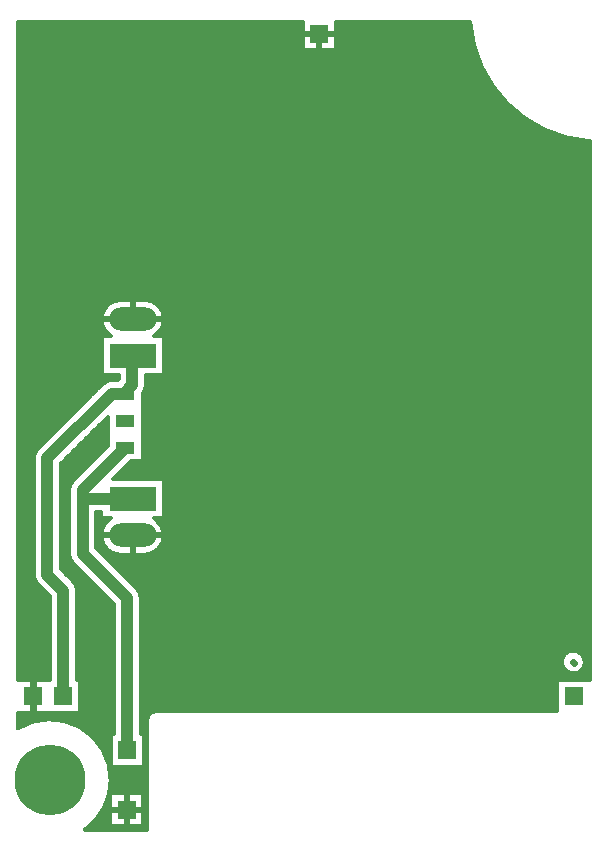
<source format=gbl>
%FSLAX43Y43*%
%MOMM*%
G71*
G01*
G75*
G04 Layer_Physical_Order=2*
%ADD10C,0.300*%
%ADD11C,0.600*%
%ADD12C,0.500*%
%ADD13C,6.000*%
%ADD14R,1.500X1.500*%
%ADD15R,1.600X1.000*%
%ADD16R,9.000X8.000*%
%ADD17O,4.000X2.000*%
%ADD18R,4.000X2.000*%
%ADD19C,1.000*%
%ADD20R,12.975X12.900*%
%ADD21R,12.750X8.025*%
D10*
X39077Y64200D02*
G03*
X49200Y54077I10923J800D01*
G01*
X13175Y39000D02*
G03*
X11525Y40650I-1650J0D01*
G01*
X12357Y37575D02*
G03*
X13175Y39000I-832J1425D01*
G01*
X11350Y32704D02*
G03*
X11625Y33450I-875J746D01*
G01*
X11350Y32704D02*
G03*
X11625Y33450I-875J746D01*
G01*
X13150Y20725D02*
G03*
X12332Y22150I-1650J0D01*
G01*
X11500Y19075D02*
G03*
X13150Y20725I0J1650D01*
G01*
X11200Y15400D02*
G03*
X10863Y16213I-1150J0D01*
G01*
X11200Y15400D02*
G03*
X10862Y16214I-1150J0D01*
G01*
X48800Y9950D02*
G03*
X48522Y10622I-950J0D01*
G01*
X47178Y9278D02*
G03*
X48800Y9950I672J672D01*
G01*
X48472Y10672D02*
G03*
X47128Y9328I-672J-672D01*
G01*
X12500Y5850D02*
G03*
X11725Y5075I0J-775D01*
G01*
X12500Y5850D02*
G03*
X11725Y5075I0J-775D01*
G01*
X9525Y40650D02*
G03*
X8693Y37575I0J-1650D01*
G01*
X8760Y33860D02*
G03*
X8450Y33817I0J-1150D01*
G01*
X8760Y33860D02*
G03*
X8450Y33817I0J-1150D01*
G01*
G03*
X7947Y33523I310J-1107D01*
G01*
X8450Y33817D02*
G03*
X7946Y33522I310J-1107D01*
G01*
X5463Y25329D02*
G03*
X5125Y24515I812J-814D01*
G01*
X5462Y25328D02*
G03*
X5125Y24515I813J-813D01*
G01*
X2463Y28039D02*
G03*
X2125Y27225I812J-814D01*
G01*
X2462Y28038D02*
G03*
X2125Y27225I813J-813D01*
G01*
X8668Y22150D02*
G03*
X9500Y19075I832J-1425D01*
G01*
X8650Y0D02*
G03*
X775Y4370I-5150J0D01*
G01*
X6445Y-4225D02*
G03*
X8650Y0I-2945J4225D01*
G01*
X5125Y19175D02*
G03*
X5462Y18362I1150J0D01*
G01*
X5125Y19175D02*
G03*
X5463Y18361I1150J0D01*
G01*
X5800Y16025D02*
G03*
X5463Y16838I-1150J0D01*
G01*
X5800Y16025D02*
G03*
X5462Y16839I-1150J0D01*
G01*
X2125Y17400D02*
G03*
X2462Y16587I1150J0D01*
G01*
X2125Y17400D02*
G03*
X2463Y16586I1150J0D01*
G01*
X775Y4802D02*
G03*
X800Y5000I-775J198D01*
G01*
X27700Y62400D02*
X39361D01*
X27700Y62300D02*
X39386D01*
X27700Y62200D02*
X39412D01*
X27700Y62100D02*
X39439D01*
X27700Y62000D02*
X39467D01*
X20750Y33800D02*
X49200D01*
X27700Y61900D02*
X39496D01*
X20750Y33700D02*
X49200D01*
X20750Y33600D02*
X49200D01*
X20750Y33500D02*
X49200D01*
X20750Y33400D02*
X49200D01*
X20750Y33300D02*
X49200D01*
X20750Y33200D02*
X49200D01*
X20750Y33100D02*
X49200D01*
X20750Y33000D02*
X49200D01*
X20750Y32900D02*
X49200D01*
X20750Y32800D02*
X49200D01*
X20750Y32700D02*
X49200D01*
X20750Y32600D02*
X49200D01*
X27700Y64200D02*
X39077D01*
X27700Y64200D02*
X39077D01*
X27700Y64100D02*
X39085D01*
X27700Y64000D02*
X39094D01*
X27700Y61800D02*
Y64200D01*
Y63900D02*
X39103D01*
X27700Y63800D02*
X39114D01*
X27700Y63700D02*
X39125D01*
X27700Y63600D02*
X39138D01*
X27700Y63500D02*
X39151D01*
X27700Y63300D02*
X39181D01*
X27700Y63200D02*
X39197D01*
X27700Y63400D02*
X39166D01*
X27700Y63100D02*
X39214D01*
X27700Y63000D02*
X39232D01*
X27700Y62800D02*
X39271D01*
X27700Y62700D02*
X39292D01*
X27700Y62900D02*
X39251D01*
X27700Y62600D02*
X39314D01*
X27700Y62500D02*
X39337D01*
X20750Y32500D02*
X49200D01*
X20750Y32400D02*
X49200D01*
X20750Y32300D02*
X49200D01*
X20750Y32200D02*
X49200D01*
X20750Y32100D02*
X49200D01*
X20750Y32000D02*
X49200D01*
X20750Y31900D02*
X49200D01*
X20750Y31800D02*
X49200D01*
X20750Y31700D02*
X49200D01*
X20750Y31600D02*
X49200D01*
X20750Y31500D02*
X49200D01*
X20750Y31400D02*
X49200D01*
X20750Y31300D02*
X49200D01*
X20750Y31200D02*
X49200D01*
X20750Y31100D02*
X49200D01*
X20750Y31000D02*
X49200D01*
X20750Y30900D02*
X49200D01*
X20750Y30800D02*
X49200D01*
X20750Y30700D02*
X49200D01*
X20750Y30600D02*
X49200D01*
X20750Y30500D02*
X49200D01*
X20750Y30400D02*
X49200D01*
X47900Y10945D02*
Y54251D01*
X47800Y10950D02*
Y54271D01*
X47700Y10945D02*
Y54292D01*
X20750Y30300D02*
X49200D01*
X20750Y30200D02*
X49200D01*
X20750Y30100D02*
X49200D01*
X20750Y30000D02*
X49200D01*
X20750Y29900D02*
X49200D01*
X20750Y29800D02*
X49200D01*
X20750Y29700D02*
X49200D01*
X20750Y29600D02*
X49200D01*
X20750Y29500D02*
X49200D01*
X20750Y29400D02*
X49200D01*
X20750Y29300D02*
X49200D01*
X20750Y29200D02*
X49200D01*
X20750Y29100D02*
X49200D01*
X20750Y29000D02*
X49200D01*
X20750Y28900D02*
X49200D01*
X12755Y40100D02*
X49200D01*
X12838Y40000D02*
X49200D01*
X12908Y39900D02*
X49200D01*
X12968Y39800D02*
X49200D01*
X13019Y39700D02*
X49200D01*
X11929Y40600D02*
X49200D01*
X12213Y40500D02*
X49200D01*
X12398Y40400D02*
X49200D01*
X12541Y40300D02*
X49200D01*
X12658Y40200D02*
X49200D01*
X13097Y39500D02*
X49200D01*
X13126Y39400D02*
X49200D01*
X13148Y39300D02*
X49200D01*
X13163Y39200D02*
X49200D01*
X13175Y39000D02*
X49200D01*
X13062Y39600D02*
X49200D01*
X13172Y39100D02*
X49200D01*
X13172Y38900D02*
X49200D01*
X13163Y38800D02*
X49200D01*
X13147Y38700D02*
X49200D01*
X13126Y38600D02*
X49200D01*
X13097Y38500D02*
X49200D01*
X13062Y38400D02*
X49200D01*
X13019Y38300D02*
X49200D01*
X12968Y38200D02*
X49200D01*
X12908Y38100D02*
X49200D01*
X12837Y38000D02*
X49200D01*
X12755Y37900D02*
X49200D01*
X12657Y37800D02*
X49200D01*
X12541Y37700D02*
X49200D01*
X13175Y37500D02*
X49200D01*
X13175Y37400D02*
X49200D01*
X13175Y37300D02*
X49200D01*
X13175Y37200D02*
X49200D01*
X13175Y37100D02*
X49200D01*
X12398Y37600D02*
X49200D01*
X13175Y37000D02*
X49200D01*
X13175Y36900D02*
X49200D01*
X13175Y36800D02*
X49200D01*
X13175Y36700D02*
X49200D01*
X13175Y36600D02*
X49200D01*
X13175Y36500D02*
X49200D01*
X13175Y36400D02*
X49200D01*
X13175Y36300D02*
X49200D01*
X13175Y36200D02*
X49200D01*
X13175Y36100D02*
X49200D01*
X13175Y36000D02*
X49200D01*
X13175Y35900D02*
X49200D01*
X13175Y35800D02*
X49200D01*
X13175Y35700D02*
X49200D01*
X13175Y35600D02*
X49200D01*
X13175Y35500D02*
X49200D01*
X13175Y35400D02*
X49200D01*
X13175Y35300D02*
X49200D01*
X13175Y35200D02*
X49200D01*
X13175Y35100D02*
X49200D01*
X13175Y35000D02*
X49200D01*
X13175Y34900D02*
X49200D01*
X13175Y34800D02*
X49200D01*
X13175Y34700D02*
X49200D01*
X13175Y34600D02*
X49200D01*
X13175Y34500D02*
X49200D01*
X13175Y34400D02*
X49200D01*
X20750Y28800D02*
X49200D01*
X20750Y28700D02*
X49200D01*
X13175Y34300D02*
X49200D01*
X11625Y34200D02*
X49200D01*
X11625Y34100D02*
X49200D01*
X11625Y34000D02*
X49200D01*
X11625Y33900D02*
X49200D01*
X20750Y28600D02*
X49200D01*
X20750Y28500D02*
X49200D01*
X20750Y28400D02*
X49200D01*
X20750Y28300D02*
X49200D01*
X20750Y28200D02*
X49200D01*
X20750Y28100D02*
X49200D01*
X20750Y28000D02*
X49200D01*
X20750Y27900D02*
X49200D01*
X20750Y27800D02*
X49200D01*
X20750Y27700D02*
X49200D01*
X20750Y27600D02*
X49200D01*
X20750Y27500D02*
X49200D01*
X20750Y27400D02*
X49200D01*
X20750Y27300D02*
X49200D01*
X20750Y27200D02*
X49200D01*
X20750Y27100D02*
X49200D01*
X11350Y27000D02*
X49200D01*
X13150Y25400D02*
X49200D01*
X13150Y25300D02*
X49200D01*
X13150Y25200D02*
X49200D01*
X13150Y25100D02*
X49200D01*
X13150Y25000D02*
X49200D01*
X13150Y24900D02*
X49200D01*
X13150Y24800D02*
X49200D01*
X13150Y24700D02*
X49200D01*
X13150Y24600D02*
X49200D01*
X13150Y24500D02*
X49200D01*
X13150Y24400D02*
X49200D01*
X13150Y24300D02*
X49200D01*
X13150Y24200D02*
X49200D01*
X13150Y24100D02*
X49200D01*
X13150Y24000D02*
X49200D01*
X13150Y23900D02*
X49200D01*
X13150Y23800D02*
X49200D01*
X13150Y23700D02*
X49200D01*
X13150Y23600D02*
X49200D01*
X13150Y23500D02*
X49200D01*
X13150Y23400D02*
X49200D01*
X13150Y23300D02*
X49200D01*
X13150Y23200D02*
X49200D01*
X13150Y23100D02*
X49200D01*
X13150Y23000D02*
X49200D01*
X13150Y22900D02*
X49200D01*
X13150Y22800D02*
X49200D01*
X13150Y22700D02*
X49200D01*
X13150Y22600D02*
X49200D01*
X13150Y22500D02*
X49200D01*
X13150Y22400D02*
X49200D01*
X13150Y22300D02*
X49200D01*
X13150Y22200D02*
X49200D01*
X12899Y21600D02*
X49200D01*
X12957Y21500D02*
X49200D01*
X13006Y21400D02*
X49200D01*
X13047Y21300D02*
X49200D01*
X13080Y21200D02*
X49200D01*
X12412Y22100D02*
X49200D01*
X12547Y22000D02*
X49200D01*
X12658Y21900D02*
X49200D01*
X12752Y21800D02*
X49200D01*
X12831Y21700D02*
X49200D01*
X13107Y21100D02*
X49200D01*
X13127Y21000D02*
X49200D01*
X13141Y20900D02*
X49200D01*
X13148Y20800D02*
X49200D01*
X13150Y20700D02*
X49200D01*
X13145Y20600D02*
X49200D01*
X13135Y20500D02*
X49200D01*
X13118Y20400D02*
X49200D01*
X13094Y20300D02*
X49200D01*
X13064Y20200D02*
X49200D01*
X13027Y20100D02*
X49200D01*
X12982Y20000D02*
X49200D01*
X12929Y19900D02*
X49200D01*
X12866Y19800D02*
X49200D01*
X12793Y19700D02*
X49200D01*
X12707Y19600D02*
X49200D01*
X12605Y19500D02*
X49200D01*
X12483Y19400D02*
X49200D01*
X12332Y19300D02*
X49200D01*
X12130Y19200D02*
X49200D01*
X11786Y19100D02*
X49200D01*
X11182Y15600D02*
X49200D01*
X11196Y15500D02*
X49200D01*
X11200Y15400D02*
X49200D01*
X11200Y15300D02*
X49200D01*
X11200Y15200D02*
X49200D01*
X11200Y15100D02*
X49200D01*
X11200Y15000D02*
X49200D01*
X11200Y14900D02*
X49200D01*
X11200Y14800D02*
X49200D01*
X10286Y26900D02*
X49200D01*
X10186Y26800D02*
X49200D01*
X10086Y26700D02*
X49200D01*
X9986Y26600D02*
X49200D01*
X9886Y26500D02*
X49200D01*
X9786Y26400D02*
X49200D01*
X9686Y26300D02*
X49200D01*
X9586Y26200D02*
X49200D01*
X9486Y26100D02*
X49200D01*
X9386Y26000D02*
X49200D01*
X9286Y25900D02*
X49200D01*
X9186Y25800D02*
X49200D01*
X9086Y25700D02*
X49200D01*
X9076Y18000D02*
X49200D01*
X9176Y17900D02*
X49200D01*
X8986Y25600D02*
X49200D01*
X8886Y25500D02*
X49200D01*
X8776Y18300D02*
X49200D01*
X8876Y18200D02*
X49200D01*
X8976Y18100D02*
X49200D01*
X9776Y17300D02*
X49200D01*
X9876Y17200D02*
X49200D01*
X9976Y17100D02*
X49200D01*
X10076Y17000D02*
X49200D01*
X10176Y16900D02*
X49200D01*
X9276Y17800D02*
X49200D01*
X9376Y17700D02*
X49200D01*
X9476Y17600D02*
X49200D01*
X9576Y17500D02*
X49200D01*
X9676Y17400D02*
X49200D01*
X10776Y16300D02*
X49200D01*
X10876Y16200D02*
X49200D01*
X10962Y16100D02*
X49200D01*
X11031Y16000D02*
X49200D01*
X11086Y15900D02*
X49200D01*
X10276Y16800D02*
X49200D01*
X10376Y16700D02*
X49200D01*
X10476Y16600D02*
X49200D01*
X10576Y16500D02*
X49200D01*
X10676Y16400D02*
X49200D01*
X11200Y14700D02*
X49200D01*
X11200Y14600D02*
X49200D01*
X11200Y14500D02*
X49200D01*
X11200Y14400D02*
X49200D01*
X11200Y14300D02*
X49200D01*
X11128Y15800D02*
X49200D01*
X11160Y15700D02*
X49200D01*
X11200Y14200D02*
X49200D01*
X11200Y14100D02*
X49200D01*
X11200Y14000D02*
X49200D01*
X11200Y13900D02*
X49200D01*
X11200Y13800D02*
X49200D01*
X11200Y13700D02*
X49200D01*
X11200Y13600D02*
X49200D01*
X11200Y13500D02*
X49200D01*
X11200Y13400D02*
X49200D01*
X11200Y13300D02*
X49200D01*
X11200Y13200D02*
X49200D01*
X11200Y13100D02*
X49200D01*
X11200Y13000D02*
X49200D01*
X11200Y12900D02*
X49200D01*
X11200Y12800D02*
X49200D01*
X11200Y12700D02*
X49200D01*
X11200Y12600D02*
X49200D01*
X11200Y12500D02*
X49200D01*
X11200Y12400D02*
X49200D01*
X11200Y12300D02*
X49200D01*
X11200Y12200D02*
X49200D01*
X11200Y12100D02*
X49200D01*
X11200Y12000D02*
X49200D01*
X11200Y11900D02*
X49200D01*
X11200Y11800D02*
X49200D01*
X11200Y11700D02*
X49200D01*
X11200Y11600D02*
X49200D01*
X11200Y11500D02*
X49200D01*
X11200Y11400D02*
X49200D01*
X11200Y11300D02*
X49200D01*
X11200Y11200D02*
X49200D01*
X11200Y11100D02*
X49200D01*
X24900Y61800D02*
Y64200D01*
X20700Y33825D02*
Y64200D01*
X20600Y33825D02*
Y64200D01*
X20500Y33825D02*
Y64200D01*
X20400Y33825D02*
Y64200D01*
X20300Y33825D02*
Y64200D01*
X20200Y33825D02*
Y64200D01*
X20100Y33825D02*
Y64200D01*
X20000Y33825D02*
Y64200D01*
X19900Y33825D02*
Y64200D01*
X24900Y61800D02*
X27700D01*
X19800Y33825D02*
Y64200D01*
X19700Y33825D02*
Y64200D01*
X19600Y33825D02*
Y64200D01*
X19500Y33825D02*
Y64200D01*
X19400Y33825D02*
Y64200D01*
X19300Y33825D02*
Y64200D01*
X19200Y33825D02*
Y64200D01*
X19100Y33825D02*
Y64200D01*
X19000Y33825D02*
Y64200D01*
X18900Y33825D02*
Y64200D01*
X18800Y33825D02*
Y64200D01*
X18700Y33825D02*
Y64200D01*
X18600Y33825D02*
Y64200D01*
X18500Y33825D02*
Y64200D01*
X18400Y33825D02*
Y64200D01*
X18300Y33825D02*
Y64200D01*
X18200Y33825D02*
Y64200D01*
X18100Y33825D02*
Y64200D01*
X18000Y33825D02*
Y64200D01*
X17900Y33825D02*
Y64200D01*
X17800Y33825D02*
Y64200D01*
X17700Y33825D02*
Y64200D01*
X17600Y33825D02*
Y64200D01*
X17500Y33825D02*
Y64200D01*
X17400Y33825D02*
Y64200D01*
X17300Y33825D02*
Y64200D01*
X17200Y33825D02*
Y64200D01*
X17100Y33825D02*
Y64200D01*
X17000Y33825D02*
Y64200D01*
X16900Y33825D02*
Y64200D01*
X16800Y33825D02*
Y64200D01*
X16700Y33825D02*
Y64200D01*
X16600Y33825D02*
Y64200D01*
X16500Y33825D02*
Y64200D01*
X16400Y33825D02*
Y64200D01*
X16300Y33825D02*
Y64200D01*
X16200Y33825D02*
Y64200D01*
X16100Y33825D02*
Y64200D01*
X16000Y33825D02*
Y64200D01*
X15900Y33825D02*
Y64200D01*
X15800Y33825D02*
Y64200D01*
X15700Y33825D02*
Y64200D01*
X15600Y33825D02*
Y64200D01*
X15500Y33825D02*
Y64200D01*
X15400Y33825D02*
Y64200D01*
X15300Y33825D02*
Y64200D01*
X15200Y33825D02*
Y64200D01*
X15100Y33825D02*
Y64200D01*
X15000Y33825D02*
Y64200D01*
X14900Y33825D02*
Y64200D01*
X14800Y33825D02*
Y64200D01*
X14700Y33825D02*
Y64200D01*
X14600Y33825D02*
Y64200D01*
X14500Y33825D02*
Y64200D01*
X14400Y33825D02*
Y64200D01*
X14300Y33825D02*
Y64200D01*
X14200Y33825D02*
Y64200D01*
X14100Y33825D02*
Y64200D01*
X14000Y33825D02*
Y64200D01*
X13900Y33825D02*
Y64200D01*
X13800Y33825D02*
Y64200D01*
X13700Y33825D02*
Y64200D01*
X13600Y33825D02*
Y64200D01*
X13500Y33825D02*
Y64200D01*
X13400Y33825D02*
Y64200D01*
X13300Y33825D02*
Y64200D01*
X12400Y40399D02*
Y64200D01*
X12200Y40506D02*
Y64200D01*
X12100Y40547D02*
Y64200D01*
X12500Y40331D02*
Y64200D01*
X12300Y40457D02*
Y64200D01*
X12000Y40580D02*
Y64200D01*
X11900Y40607D02*
Y64200D01*
X11600Y40648D02*
Y64200D01*
X11800Y40627D02*
Y64200D01*
X11700Y40641D02*
Y64200D01*
X11500Y40650D02*
Y64200D01*
X11400Y40650D02*
Y64200D01*
X11300Y40650D02*
Y64200D01*
X11200Y40650D02*
Y64200D01*
X11100Y40650D02*
Y64200D01*
X11000Y40650D02*
Y64200D01*
X10900Y40650D02*
Y64200D01*
X10800Y40650D02*
Y64200D01*
X9525Y40650D02*
X11525D01*
X10700D02*
Y64200D01*
X10600Y40650D02*
Y64200D01*
X10500Y40650D02*
Y64200D01*
X10400Y40650D02*
Y64200D01*
X10300Y40650D02*
Y64200D01*
X10200Y40650D02*
Y64200D01*
X10100Y40650D02*
Y64200D01*
X10000Y40650D02*
Y64200D01*
X9900Y40650D02*
Y64200D01*
X9800Y40650D02*
Y64200D01*
X9700Y40650D02*
Y64200D01*
X9600Y40650D02*
Y64200D01*
X9500Y40650D02*
Y64200D01*
X9400Y40645D02*
Y64200D01*
X9300Y40635D02*
Y64200D01*
X9200Y40618D02*
Y64200D01*
X9100Y40594D02*
Y64200D01*
X9000Y40564D02*
Y64200D01*
X8900Y40527D02*
Y64200D01*
X8800Y40482D02*
Y64200D01*
X8700Y40429D02*
Y64200D01*
X13100Y39492D02*
Y64200D01*
X13000Y39740D02*
Y64200D01*
X12900Y39912D02*
Y64200D01*
X13200Y33825D02*
Y64200D01*
X13100Y37575D02*
Y38508D01*
X12800Y40047D02*
Y64200D01*
X12700Y40158D02*
Y64200D01*
X13000Y37575D02*
Y38260D01*
X13175Y34275D02*
Y37575D01*
X12900D02*
Y38088D01*
X13100Y33825D02*
Y34275D01*
X13000Y25450D02*
Y34275D01*
X12357Y37575D02*
X13175D01*
X11625Y34275D02*
X13175D01*
X12800Y37575D02*
Y37953D01*
X12900Y25450D02*
Y34275D01*
X12800Y25450D02*
Y34275D01*
X12600Y40252D02*
Y64200D01*
X12700Y37575D02*
Y37842D01*
X12600Y37575D02*
Y37748D01*
X12700Y25450D02*
Y34275D01*
X12600Y25450D02*
Y34275D01*
X12500Y25450D02*
Y34275D01*
X12400Y25450D02*
Y34275D01*
X12300Y25450D02*
Y34275D01*
X12200Y25450D02*
Y34275D01*
X12100Y25450D02*
Y34275D01*
X12000Y25450D02*
Y34275D01*
X11900Y25450D02*
Y34275D01*
X11800Y25450D02*
Y34275D01*
X11700Y25450D02*
Y34275D01*
X9325Y33926D02*
Y34275D01*
X9200Y33860D02*
Y34275D01*
X9100Y33860D02*
Y34275D01*
X11625Y33450D02*
Y34275D01*
X9000Y33860D02*
Y34275D01*
X13050Y33825D02*
X20750D01*
X11625Y33800D02*
X13050D01*
X11625Y33700D02*
X13050D01*
X11625Y33600D02*
X13050D01*
X11625Y33500D02*
X13050D01*
X11624Y33400D02*
X13050D01*
X11615Y33300D02*
X13050D01*
X11597Y33200D02*
X13050D01*
X11570Y33100D02*
X13050D01*
X11533Y33000D02*
X13050D01*
X11485Y32900D02*
X13050D01*
X11424Y32800D02*
X13050D01*
X11350Y32700D02*
X13050D01*
X11350Y32600D02*
X13050D01*
X11350Y32500D02*
X13050D01*
X11350Y32400D02*
X13050D01*
X11350Y32300D02*
X13050D01*
X11350Y32200D02*
X13050D01*
X11350Y32100D02*
X13050D01*
X11350Y32000D02*
X13050D01*
X11350Y31900D02*
X13050D01*
X11350Y31560D02*
Y32704D01*
Y31800D02*
X13050D01*
X11350Y31700D02*
X13050D01*
X11350Y31600D02*
X13050D01*
X11350Y31500D02*
X13050D01*
X11350Y31400D02*
X13050D01*
X11350Y31300D02*
X13050D01*
X11350Y31200D02*
X13050D01*
X11350Y31100D02*
X13050D01*
X11350Y31000D02*
X13050D01*
X11350Y30900D02*
X13050D01*
X11350Y30800D02*
X13050D01*
X11350Y30700D02*
X13050D01*
X11350Y30600D02*
X13050D01*
X11350Y30500D02*
X13050D01*
X11350Y30400D02*
X13050D01*
X11350Y30300D02*
X13050D01*
X20750Y27025D02*
Y33825D01*
X11350Y30200D02*
X13050D01*
X11350Y30100D02*
X13050D01*
X11350Y30000D02*
X13050D01*
X11350Y29900D02*
X13050D01*
X11350Y29800D02*
X13050D01*
Y27025D02*
X20750D01*
X13150Y22150D02*
Y25450D01*
X12332Y22150D02*
X13150D01*
X11350Y29700D02*
X13050D01*
X11350Y29600D02*
X13050D01*
X11350Y29500D02*
X13050D01*
X11350Y29400D02*
X13050D01*
X11350Y29300D02*
X13050D01*
Y27025D02*
Y33825D01*
X11600Y25450D02*
Y33211D01*
X11350Y29290D02*
Y31560D01*
X11500Y25450D02*
Y32928D01*
X11400Y25450D02*
Y32767D01*
X11350Y29200D02*
X13050D01*
X11350Y29100D02*
X13050D01*
X11350Y29000D02*
X13050D01*
X11350Y28900D02*
X13050D01*
X11350Y26990D02*
Y29275D01*
X13100Y25450D02*
Y27025D01*
X12900Y21598D02*
Y22150D01*
X12800Y21741D02*
Y22150D01*
X13100Y21128D02*
Y22150D01*
X13000Y21413D02*
Y22150D01*
X11350Y28800D02*
X13050D01*
X11350Y28700D02*
X13050D01*
X12500Y22038D02*
Y22150D01*
X12700Y21858D02*
Y22150D01*
X12600Y21955D02*
Y22150D01*
X11350Y28600D02*
X13050D01*
X11350Y28500D02*
X13050D01*
X11350Y28400D02*
X13050D01*
X11350Y28300D02*
X13050D01*
X11350Y28200D02*
X13050D01*
X11350Y28100D02*
X13050D01*
X11350Y28000D02*
X13050D01*
X11350Y27900D02*
X13050D01*
X11350Y27800D02*
X13050D01*
X11350Y27700D02*
X13050D01*
X11350Y27600D02*
X13050D01*
X11350Y27500D02*
X13050D01*
X11350Y27400D02*
X13050D01*
X11350Y27300D02*
X13050D01*
X11350Y27200D02*
X13050D01*
X11350Y27100D02*
X13050D01*
X10376Y26990D02*
X11350D01*
X11300Y25450D02*
Y26990D01*
X11200Y25450D02*
Y26990D01*
X11100Y25450D02*
Y26990D01*
X11000Y25450D02*
Y26990D01*
X10900Y25450D02*
Y26990D01*
X10800Y25450D02*
Y26990D01*
X10700Y25450D02*
Y26990D01*
X10600Y25450D02*
Y26990D01*
X8900Y33860D02*
Y34275D01*
X8800Y33860D02*
Y34275D01*
X8700Y33860D02*
Y34275D01*
X10500Y25450D02*
Y26990D01*
X8760Y33860D02*
X9259D01*
X10400Y25450D02*
Y26990D01*
X10300Y25450D02*
Y26914D01*
X10200Y25450D02*
Y26814D01*
X10100Y25450D02*
Y26714D01*
X10000Y25450D02*
Y26614D01*
X9900Y25450D02*
Y26514D01*
X9800Y25450D02*
Y26414D01*
X9700Y25450D02*
Y26314D01*
X9600Y25450D02*
Y26214D01*
X9500Y25450D02*
Y26114D01*
X11000Y16048D02*
Y19075D01*
X10900Y16175D02*
Y19075D01*
X10800Y16276D02*
Y19075D01*
X11200Y15415D02*
Y19075D01*
X11100Y15869D02*
Y19075D01*
X8836Y25450D02*
X13150D01*
X8836D02*
X10376Y26990D01*
X9500Y19075D02*
X11500D01*
X10700Y16376D02*
Y19075D01*
X10600Y16476D02*
Y19075D01*
X10500Y16576D02*
Y19075D01*
X10200Y16876D02*
Y19075D01*
X10100Y16976D02*
Y19075D01*
X10000Y17076D02*
Y19075D01*
X10400Y16676D02*
Y19075D01*
X10300Y16776D02*
Y19075D01*
X9400Y25450D02*
Y26014D01*
X9300Y25450D02*
Y25914D01*
X9200Y25450D02*
Y25814D01*
X9100Y25450D02*
Y25714D01*
Y17976D02*
Y19124D01*
X9000Y25450D02*
Y25614D01*
X8700Y18376D02*
Y19282D01*
X8600Y18476D02*
Y19342D01*
X9000Y18076D02*
Y19153D01*
X8800Y18276D02*
Y19231D01*
X9700Y17376D02*
Y19075D01*
X9600Y17476D02*
Y19075D01*
X9500Y17576D02*
Y19075D01*
X9900Y17176D02*
Y19075D01*
X9800Y17276D02*
Y19075D01*
X9200Y17876D02*
Y19103D01*
X8900Y18176D02*
Y19188D01*
X9400Y17676D02*
Y19078D01*
X9300Y17776D02*
Y19087D01*
X41600Y5850D02*
Y57973D01*
X41700Y5850D02*
Y57855D01*
X41500Y5850D02*
Y58094D01*
X41400Y5850D02*
Y58219D01*
X41300Y5850D02*
Y58348D01*
X41100Y5850D02*
Y58618D01*
X41200Y5850D02*
Y58481D01*
X41000Y5850D02*
Y58760D01*
X40900Y5850D02*
Y58906D01*
X40800Y5850D02*
Y59058D01*
X42600Y5850D02*
Y56926D01*
X42700Y5850D02*
Y56836D01*
X42500Y5850D02*
Y57019D01*
X42400Y5850D02*
Y57114D01*
X42300Y5850D02*
Y57212D01*
X42100Y5850D02*
Y57415D01*
X42200Y5850D02*
Y57312D01*
X42000Y5850D02*
Y57520D01*
X41900Y5850D02*
Y57629D01*
X41800Y5850D02*
Y57740D01*
X39600Y5850D02*
Y61567D01*
X39700Y5850D02*
Y61278D01*
X39500Y5850D02*
Y61887D01*
X39400Y5850D02*
Y62246D01*
X39300Y5850D02*
Y62665D01*
X39100Y5850D02*
Y63936D01*
X39200Y5850D02*
Y63183D01*
X39000Y5850D02*
Y64200D01*
X38900Y5850D02*
Y64200D01*
X38800Y5850D02*
Y64200D01*
X40600Y5850D02*
Y59380D01*
X40700Y5850D02*
Y59216D01*
X40500Y5850D02*
Y59551D01*
X40400Y5850D02*
Y59729D01*
X40300Y5850D02*
Y59915D01*
X40100Y5850D02*
Y60317D01*
X40200Y5850D02*
Y60111D01*
X40000Y5850D02*
Y60534D01*
X39900Y5850D02*
Y60765D01*
X39800Y5850D02*
Y61012D01*
X38700Y5850D02*
Y64200D01*
X38600Y5850D02*
Y64200D01*
X38500Y5850D02*
Y64200D01*
X38400Y5850D02*
Y64200D01*
X38300Y5850D02*
Y64200D01*
X38200Y5850D02*
Y64200D01*
X38100Y5850D02*
Y64200D01*
X38000Y5850D02*
Y64200D01*
X37900Y5850D02*
Y64200D01*
X37800Y5850D02*
Y64200D01*
X37700Y5850D02*
Y64200D01*
X37600Y5850D02*
Y64200D01*
X37500Y5850D02*
Y64200D01*
X37400Y5850D02*
Y64200D01*
X37300Y5850D02*
Y64200D01*
X37200Y5850D02*
Y64200D01*
X37100Y5850D02*
Y64200D01*
X37000Y5850D02*
Y64200D01*
X36900Y5850D02*
Y64200D01*
X36800Y5850D02*
Y64200D01*
X36700Y5850D02*
Y64200D01*
X36600Y5850D02*
Y64200D01*
X36500Y5850D02*
Y64200D01*
X36400Y5850D02*
Y64200D01*
X36300Y5850D02*
Y64200D01*
X36200Y5850D02*
Y64200D01*
X36100Y5850D02*
Y64200D01*
X36000Y5850D02*
Y64200D01*
X35900Y5850D02*
Y64200D01*
X35800Y5850D02*
Y64200D01*
X35700Y5850D02*
Y64200D01*
X35600Y5850D02*
Y64200D01*
X35500Y5850D02*
Y64200D01*
X35400Y5850D02*
Y64200D01*
X35300Y5850D02*
Y64200D01*
X35200Y5850D02*
Y64200D01*
X35100Y5850D02*
Y64200D01*
X35000Y5850D02*
Y64200D01*
X34900Y5850D02*
Y64200D01*
X34800Y5850D02*
Y64200D01*
X34700Y5850D02*
Y64200D01*
X34600Y5850D02*
Y64200D01*
X34500Y5850D02*
Y64200D01*
X34400Y5850D02*
Y64200D01*
X34300Y5850D02*
Y64200D01*
X34200Y5850D02*
Y64200D01*
X34100Y5850D02*
Y64200D01*
X34000Y5850D02*
Y64200D01*
X33900Y5850D02*
Y64200D01*
X33800Y5850D02*
Y64200D01*
X33700Y5850D02*
Y64200D01*
X33600Y5850D02*
Y64200D01*
X33500Y5850D02*
Y64200D01*
X33400Y5850D02*
Y64200D01*
X33300Y5850D02*
Y64200D01*
X33200Y5850D02*
Y64200D01*
X33100Y5850D02*
Y64200D01*
X33000Y5850D02*
Y64200D01*
X32900Y5850D02*
Y64200D01*
X32800Y5850D02*
Y64200D01*
X32700Y5850D02*
Y64200D01*
X32600Y5850D02*
Y64200D01*
X32500Y5850D02*
Y64200D01*
X32400Y5850D02*
Y64200D01*
X32300Y5850D02*
Y64200D01*
X32200Y5850D02*
Y64200D01*
X32100Y5850D02*
Y64200D01*
X32000Y5850D02*
Y64200D01*
X31900Y5850D02*
Y64200D01*
X31800Y5850D02*
Y64200D01*
X31700Y5850D02*
Y64200D01*
X31600Y5850D02*
Y64200D01*
X31500Y5850D02*
Y64200D01*
X31400Y5850D02*
Y64200D01*
X31300Y5850D02*
Y64200D01*
X31200Y5850D02*
Y64200D01*
X31100Y5850D02*
Y64200D01*
X31000Y5850D02*
Y64200D01*
X30900Y5850D02*
Y64200D01*
X30800Y5850D02*
Y64200D01*
X30700Y5850D02*
Y64200D01*
X30600Y5850D02*
Y64200D01*
X30500Y5850D02*
Y64200D01*
X30400Y5850D02*
Y64200D01*
X30300Y5850D02*
Y64200D01*
X30200Y5850D02*
Y64200D01*
X30100Y5850D02*
Y64200D01*
X30000Y5850D02*
Y64200D01*
X29900Y5850D02*
Y64200D01*
X29800Y5850D02*
Y64200D01*
X29700Y5850D02*
Y64200D01*
X29600Y5850D02*
Y64200D01*
X29500Y5850D02*
Y64200D01*
X29400Y5850D02*
Y64200D01*
X29300Y5850D02*
Y64200D01*
X29200Y5850D02*
Y64200D01*
X29100Y5850D02*
Y64200D01*
X29000Y5850D02*
Y64200D01*
X28900Y5850D02*
Y64200D01*
X28800Y5850D02*
Y64200D01*
X28700Y5850D02*
Y64200D01*
X28600Y5850D02*
Y64200D01*
X28500Y5850D02*
Y64200D01*
X28400Y5850D02*
Y64200D01*
X28300Y5850D02*
Y64200D01*
X28200Y5850D02*
Y64200D01*
X28100Y5850D02*
Y64200D01*
X28000Y5850D02*
Y64200D01*
X27900Y5850D02*
Y64200D01*
X27800Y5850D02*
Y64200D01*
X27700Y5850D02*
Y61800D01*
X27600Y5850D02*
Y61800D01*
X27500Y5850D02*
Y61800D01*
X27400Y5850D02*
Y61800D01*
X27300Y5850D02*
Y61800D01*
X27200Y5850D02*
Y61800D01*
X27100Y5850D02*
Y61800D01*
X27000Y5850D02*
Y61800D01*
X26900Y5850D02*
Y61800D01*
X26800Y5850D02*
Y61800D01*
X48687Y10400D02*
X49200D01*
X48733Y10300D02*
X49200D01*
X48766Y10200D02*
X49200D01*
X48788Y10100D02*
X49200D01*
X48799Y10000D02*
X49200D01*
X48104Y10900D02*
X49200D01*
X48312Y10800D02*
X49200D01*
X48442Y10700D02*
X49200D01*
X48543Y10600D02*
X49200D01*
X48625Y10500D02*
X49200D01*
X48799Y9900D02*
X49200D01*
X48788Y9800D02*
X49200D01*
X48767Y9700D02*
X49200D01*
X48733Y9600D02*
X49200D01*
X48687Y9500D02*
X49200D01*
X48625Y9400D02*
X49200D01*
X48543Y9300D02*
X49200D01*
X48433Y9200D02*
X49200D01*
X48274Y9100D02*
X49200D01*
X47863Y9000D02*
X49200D01*
X47500Y10901D02*
Y54337D01*
X47600Y10929D02*
Y54314D01*
X47400Y10862D02*
Y54361D01*
X48400Y10737D02*
Y54166D01*
X48300Y10808D02*
Y54181D01*
X47300Y10808D02*
Y54386D01*
X47200Y10737D02*
Y54412D01*
X47100Y10642D02*
Y54439D01*
X47000Y10512D02*
Y54467D01*
X46900Y10304D02*
Y54496D01*
X48800Y9968D02*
Y54114D01*
X48700Y10374D02*
Y54125D01*
X48600Y10533D02*
Y54138D01*
X49200Y8475D02*
Y54077D01*
X48200Y10862D02*
Y54197D01*
X48100Y10901D02*
Y54214D01*
X48000Y10929D02*
Y54232D01*
X49100Y8475D02*
Y54085D01*
X49200Y8475D02*
Y54077D01*
X49000Y8475D02*
Y54094D01*
X48900Y8475D02*
Y54103D01*
X48800Y8475D02*
Y9932D01*
X48700Y8475D02*
Y9525D01*
X48600Y8475D02*
Y9367D01*
X48500Y8475D02*
Y9257D01*
X48400Y8475D02*
Y9175D01*
X48300Y8475D02*
Y9113D01*
X48200Y8475D02*
Y9067D01*
X48100Y8475D02*
Y9033D01*
X48000Y8475D02*
Y9012D01*
X47900Y8475D02*
Y9001D01*
X47800Y8475D02*
Y9001D01*
X47700Y8475D02*
Y9012D01*
X47600Y8475D02*
Y9033D01*
X47500Y8475D02*
Y9067D01*
X46450Y8475D02*
X49200D01*
X47400D02*
Y9113D01*
X46300Y5850D02*
Y54692D01*
X46600Y8475D02*
Y54589D01*
X46200Y5850D02*
Y54728D01*
X46100Y5850D02*
Y54766D01*
X46000Y5850D02*
Y54805D01*
X45900Y5850D02*
Y54844D01*
X45800Y5850D02*
Y54885D01*
X45700Y5850D02*
Y54928D01*
X45600Y5850D02*
Y54971D01*
X45500Y5850D02*
Y55015D01*
X47200Y8475D02*
Y9257D01*
X47300Y8475D02*
Y9175D01*
X47100Y8475D02*
Y9358D01*
X47000Y8475D02*
Y9488D01*
X46900Y8475D02*
Y9696D01*
X46800Y8475D02*
Y54526D01*
X46700Y8475D02*
Y54557D01*
X46500Y8475D02*
Y54622D01*
X46450Y5850D02*
Y8475D01*
X46400Y5850D02*
Y54657D01*
X11200Y11000D02*
X49200D01*
X11200Y10900D02*
X47495D01*
X11200Y10800D02*
X47287D01*
X11200Y10700D02*
X47157D01*
X11200Y10600D02*
X47063D01*
X11200Y10500D02*
X46992D01*
X11200Y10400D02*
X46938D01*
X11200Y10300D02*
X46898D01*
X11200Y9600D02*
X46938D01*
X11200Y10200D02*
X46871D01*
X11200Y9400D02*
X47063D01*
X11200Y9200D02*
X47267D01*
X11200Y9500D02*
X46992D01*
X11200Y9000D02*
X47837D01*
X11200Y9100D02*
X47426D01*
X11200Y8900D02*
X49200D01*
X11200Y8800D02*
X49200D01*
X11200Y8700D02*
X49200D01*
X11200Y8600D02*
X49200D01*
X11200Y8500D02*
X49200D01*
X11200Y10100D02*
X46855D01*
X11200Y10000D02*
X46850D01*
X11200Y9900D02*
X46855D01*
X11200Y9800D02*
X46871D01*
X11200Y9700D02*
X46898D01*
X11200Y8400D02*
X46450D01*
X11200Y8300D02*
X46450D01*
X11200Y8200D02*
X46450D01*
X11200Y8100D02*
X46450D01*
X11200Y8000D02*
X46450D01*
X11200Y7900D02*
X46450D01*
X11200Y7800D02*
X46450D01*
X11200Y7700D02*
X46450D01*
X11200Y7600D02*
X46450D01*
X11200Y7500D02*
X46450D01*
X11200Y7400D02*
X46450D01*
X11200Y7300D02*
X46450D01*
X11200Y7200D02*
X46450D01*
X11200Y7100D02*
X46450D01*
X11200Y7000D02*
X46450D01*
X45300Y5850D02*
Y55108D01*
X45400Y5850D02*
Y55061D01*
X45200Y5850D02*
Y55156D01*
X45100Y5850D02*
Y55205D01*
X45000Y5850D02*
Y55256D01*
X11200Y6900D02*
X46450D01*
X11200Y6800D02*
X46450D01*
X44900Y5850D02*
Y55308D01*
X44800Y5850D02*
Y55361D01*
X44700Y5850D02*
Y55416D01*
X11200Y6700D02*
X46450D01*
X11200Y6600D02*
X46450D01*
X11200Y6500D02*
X46450D01*
X11200Y6400D02*
X46450D01*
X12500Y5850D02*
X46450D01*
X11200Y6300D02*
X46450D01*
X11200Y6200D02*
X46450D01*
X11200Y6100D02*
X46450D01*
X11200Y6000D02*
X46450D01*
X11200Y5900D02*
X46450D01*
X43600Y5850D02*
Y56113D01*
X43700Y5850D02*
Y56042D01*
X43500Y5850D02*
Y56186D01*
X43400Y5850D02*
Y56260D01*
X43300Y5850D02*
Y56337D01*
X43100Y5850D02*
Y56495D01*
X43200Y5850D02*
Y56415D01*
X43000Y5850D02*
Y56577D01*
X42900Y5850D02*
Y56661D01*
X42800Y5850D02*
Y56747D01*
X44500Y5850D02*
Y55529D01*
X44600Y5850D02*
Y55472D01*
X44400Y5850D02*
Y55588D01*
X44300Y5850D02*
Y55648D01*
X44200Y5850D02*
Y55710D01*
X44100Y5850D02*
Y55773D01*
X44000Y5850D02*
Y55838D01*
X43900Y5850D02*
Y55904D01*
X43800Y5850D02*
Y55972D01*
X26700Y5850D02*
Y61800D01*
X26600Y5850D02*
Y61800D01*
X26500Y5850D02*
Y61800D01*
X26400Y5850D02*
Y61800D01*
X26300Y5850D02*
Y61800D01*
X26200Y5850D02*
Y61800D01*
X26100Y5850D02*
Y61800D01*
X26000Y5850D02*
Y61800D01*
X24900Y5850D02*
Y64200D01*
X24800Y5850D02*
Y64200D01*
X25900Y5850D02*
Y61800D01*
X25800Y5850D02*
Y61800D01*
X25700Y5850D02*
Y61800D01*
X25600Y5850D02*
Y61800D01*
X25500Y5850D02*
Y61800D01*
X25400Y5850D02*
Y61800D01*
X25300Y5850D02*
Y61800D01*
X25200Y5850D02*
Y61800D01*
X25100Y5850D02*
Y61800D01*
X25000Y5850D02*
Y61800D01*
X24700Y5850D02*
Y64200D01*
X24600Y5850D02*
Y64200D01*
X24500Y5850D02*
Y64200D01*
X24400Y5850D02*
Y64200D01*
X24300Y5850D02*
Y64200D01*
X24200Y5850D02*
Y64200D01*
X24100Y5850D02*
Y64200D01*
X24000Y5850D02*
Y64200D01*
X23900Y5850D02*
Y64200D01*
X23800Y5850D02*
Y64200D01*
X23700Y5850D02*
Y64200D01*
X23600Y5850D02*
Y64200D01*
X23500Y5850D02*
Y64200D01*
X23400Y5850D02*
Y64200D01*
X23300Y5850D02*
Y64200D01*
X23200Y5850D02*
Y64200D01*
X23100Y5850D02*
Y64200D01*
X23000Y5850D02*
Y64200D01*
X22900Y5850D02*
Y64200D01*
X22800Y5850D02*
Y64200D01*
X22700Y5850D02*
Y64200D01*
X22600Y5850D02*
Y64200D01*
X22500Y5850D02*
Y64200D01*
X22400Y5850D02*
Y64200D01*
X22300Y5850D02*
Y64200D01*
X22200Y5850D02*
Y64200D01*
X22100Y5850D02*
Y64200D01*
X22000Y5850D02*
Y64200D01*
X21900Y5850D02*
Y64200D01*
X21800Y5850D02*
Y64200D01*
X21700Y5850D02*
Y64200D01*
X21600Y5850D02*
Y64200D01*
X21500Y5850D02*
Y64200D01*
X21400Y5850D02*
Y64200D01*
X21300Y5850D02*
Y64200D01*
X21200Y5850D02*
Y64200D01*
X21100Y5850D02*
Y64200D01*
X21000Y5850D02*
Y64200D01*
X20900Y5850D02*
Y64200D01*
X20800Y5850D02*
Y64200D01*
X20700Y5850D02*
Y27025D01*
X20600Y5850D02*
Y27025D01*
X20500Y5850D02*
Y27025D01*
X20400Y5850D02*
Y27025D01*
X20300Y5850D02*
Y27025D01*
X20200Y5850D02*
Y27025D01*
X20100Y5850D02*
Y27025D01*
X20000Y5850D02*
Y27025D01*
X19900Y5850D02*
Y27025D01*
X19800Y5850D02*
Y27025D01*
X19700Y5850D02*
Y27025D01*
X19600Y5850D02*
Y27025D01*
X19500Y5850D02*
Y27025D01*
X19400Y5850D02*
Y27025D01*
X19300Y5850D02*
Y27025D01*
X19200Y5850D02*
Y27025D01*
X19100Y5850D02*
Y27025D01*
X19000Y5850D02*
Y27025D01*
X18900Y5850D02*
Y27025D01*
X18800Y5850D02*
Y27025D01*
X18700Y5850D02*
Y27025D01*
X18600Y5850D02*
Y27025D01*
X18500Y5850D02*
Y27025D01*
X18400Y5850D02*
Y27025D01*
X18300Y5850D02*
Y27025D01*
X18200Y5850D02*
Y27025D01*
X18100Y5850D02*
Y27025D01*
X18000Y5850D02*
Y27025D01*
X17900Y5850D02*
Y27025D01*
X17800Y5850D02*
Y27025D01*
X17700Y5850D02*
Y27025D01*
X17600Y5850D02*
Y27025D01*
X17500Y5850D02*
Y27025D01*
X17400Y5850D02*
Y27025D01*
X17300Y5850D02*
Y27025D01*
X17200Y5850D02*
Y27025D01*
X17100Y5850D02*
Y27025D01*
X17000Y5850D02*
Y27025D01*
X16900Y5850D02*
Y27025D01*
X16800Y5850D02*
Y27025D01*
X16700Y5850D02*
Y27025D01*
X16600Y5850D02*
Y27025D01*
X16500Y5850D02*
Y27025D01*
X16400Y5850D02*
Y27025D01*
X16300Y5850D02*
Y27025D01*
X16200Y5850D02*
Y27025D01*
X16100Y5850D02*
Y27025D01*
X16000Y5850D02*
Y27025D01*
X15900Y5850D02*
Y27025D01*
X15800Y5850D02*
Y27025D01*
X15700Y5850D02*
Y27025D01*
X15600Y5850D02*
Y27025D01*
X15500Y5850D02*
Y27025D01*
X15400Y5850D02*
Y27025D01*
X15300Y5850D02*
Y27025D01*
X15200Y5850D02*
Y27025D01*
X15100Y5850D02*
Y27025D01*
X15000Y5850D02*
Y27025D01*
X14900Y5850D02*
Y27025D01*
X14800Y5850D02*
Y27025D01*
X14700Y5850D02*
Y27025D01*
X14600Y5850D02*
Y27025D01*
X14500Y5850D02*
Y27025D01*
X14400Y5850D02*
Y27025D01*
X14300Y5850D02*
Y27025D01*
X14200Y5850D02*
Y27025D01*
X14100Y5850D02*
Y27025D01*
X14000Y5850D02*
Y27025D01*
X13900Y5850D02*
Y27025D01*
X13800Y5850D02*
Y27025D01*
X13700Y5850D02*
Y27025D01*
X13600Y5850D02*
Y27025D01*
X13500Y5850D02*
Y27025D01*
X13400Y5850D02*
Y27025D01*
X13300Y5850D02*
Y27025D01*
X13200Y5850D02*
Y27025D01*
X13100Y5850D02*
Y20322D01*
X13000Y5850D02*
Y20037D01*
X12900Y5850D02*
Y19852D01*
X12800Y5850D02*
Y19709D01*
X12700Y5850D02*
Y19592D01*
X12600Y5850D02*
Y19495D01*
X12500Y5850D02*
Y19412D01*
X12400Y5844D02*
Y19342D01*
X12300Y5824D02*
Y19282D01*
X12200Y5790D02*
Y19231D01*
X12100Y5739D02*
Y19188D01*
X12000Y5667D02*
Y19153D01*
X11900Y5565D02*
Y19124D01*
X11800Y5407D02*
Y19102D01*
X11700Y-4225D02*
Y19087D01*
X11400Y3900D02*
Y19075D01*
X11300Y3900D02*
Y19075D01*
X11600Y-4225D02*
Y19078D01*
X11500Y-4225D02*
Y19075D01*
X11200Y3900D02*
Y15400D01*
X8900Y3900D02*
Y14924D01*
X8800Y3900D02*
Y15024D01*
X8700Y3900D02*
Y15124D01*
X8600Y717D02*
Y15224D01*
X11200Y5800D02*
X12226D01*
X11200Y5700D02*
X12042D01*
X11200Y5600D02*
X11930D01*
X11200Y5500D02*
X11852D01*
X11200Y5400D02*
X11796D01*
X11200Y5300D02*
X11758D01*
X11200Y5200D02*
X11735D01*
X11200Y5100D02*
X11725D01*
X11200Y5000D02*
X11725D01*
X11200Y4900D02*
X11725D01*
X11450Y3900D02*
X11725D01*
X11450Y3800D02*
X11725D01*
X11450Y3700D02*
X11725D01*
X11200Y4800D02*
X11725D01*
X11200Y4700D02*
X11725D01*
X11200Y4600D02*
X11725D01*
X11200Y4500D02*
X11725D01*
X11200Y4400D02*
X11725D01*
X11450Y3600D02*
X11725D01*
X11450Y3500D02*
X11725D01*
X11450Y3400D02*
X11725D01*
X11450Y3300D02*
X11725D01*
X11450Y3200D02*
X11725D01*
X11450Y3100D02*
X11725D01*
X11450Y3000D02*
X11725D01*
X11450Y2900D02*
X11725D01*
X11450Y2800D02*
X11725D01*
X11450Y2700D02*
X11725D01*
X11450Y2600D02*
X11725D01*
X11450Y2500D02*
X11725D01*
X11450Y2400D02*
X11725D01*
X11450Y2300D02*
X11725D01*
X11450Y2200D02*
X11725D01*
X11450Y2100D02*
X11725D01*
X11450Y2000D02*
X11725D01*
X11450Y1900D02*
X11725D01*
X11450Y1800D02*
X11725D01*
X11450Y1700D02*
X11725D01*
X11450Y1600D02*
X11725D01*
X11450Y1500D02*
X11725D01*
X11450Y1400D02*
X11725D01*
X11450Y1300D02*
X11725D01*
X11450Y1200D02*
X11725D01*
X11425Y-1100D02*
X11725D01*
X11425Y-1200D02*
X11725D01*
X11425Y-1300D02*
X11725D01*
X11425Y-1400D02*
X11725D01*
X11425Y-1500D02*
X11725D01*
X11425Y-1600D02*
X11725D01*
X11425Y-1700D02*
X11725D01*
X11425Y-1800D02*
X11725D01*
X11425Y-1900D02*
X11725D01*
X11425Y-2000D02*
X11725D01*
X11425Y-2100D02*
X11725D01*
X11425Y-2200D02*
X11725D01*
X11425Y-2300D02*
X11725D01*
X11425Y-2400D02*
X11725D01*
X11425Y-2500D02*
X11725D01*
X11450Y1100D02*
Y3900D01*
X11425Y-2600D02*
X11725D01*
X11400Y-1100D02*
Y1100D01*
X11725Y-4225D02*
Y5075D01*
X11425Y-3900D02*
Y-1100D01*
Y-2700D02*
X11725D01*
X11425Y-2800D02*
X11725D01*
X11300Y-1100D02*
Y1100D01*
X11425Y-2900D02*
X11725D01*
X11425Y-3000D02*
X11725D01*
X11425Y-3100D02*
X11725D01*
X11425Y-3200D02*
X11725D01*
X11425Y-3300D02*
X11725D01*
X11425Y-3400D02*
X11725D01*
X11425Y-3500D02*
X11725D01*
X11425Y-3600D02*
X11725D01*
X11425Y-3700D02*
X11725D01*
X11425Y-3800D02*
X11725D01*
X11400Y-4225D02*
Y-3900D01*
X11300Y-4225D02*
Y-3900D01*
X11200Y4300D02*
X11725D01*
X11200Y4200D02*
X11725D01*
X11200Y4100D02*
X11725D01*
X11200Y4000D02*
X11725D01*
X11200Y3900D02*
X11450D01*
X8626Y500D02*
X11725D01*
X8634Y400D02*
X11725D01*
X8641Y300D02*
X11725D01*
X11200Y-1100D02*
Y1100D01*
X11100Y-1100D02*
Y1100D01*
X8646Y200D02*
X11725D01*
X8649Y100D02*
X11725D01*
X8650Y-0D02*
X11725D01*
X8649Y-100D02*
X11725D01*
X8646Y-200D02*
X11725D01*
X8641Y-300D02*
X11725D01*
X8634Y-400D02*
X11725D01*
X8626Y-500D02*
X11725D01*
X8615Y-600D02*
X11725D01*
X8602Y-700D02*
X11725D01*
X11000Y-1100D02*
Y1100D01*
X10900Y-1100D02*
Y1100D01*
X10800Y-1100D02*
Y1100D01*
X10700Y-1100D02*
Y1100D01*
X10600Y-1100D02*
Y1100D01*
X10500Y-1100D02*
Y1100D01*
X10400Y-1100D02*
Y1100D01*
X8900Y3900D02*
Y14924D01*
X10300Y-1100D02*
Y1100D01*
X10200Y-1100D02*
Y1100D01*
X10100Y-1100D02*
Y1100D01*
X10000Y-1100D02*
Y1100D01*
X9900Y-1100D02*
Y1100D01*
X9800Y-1100D02*
Y1100D01*
X9700Y-1100D02*
Y1100D01*
X9600Y-1100D02*
Y1100D01*
X9500Y-1100D02*
Y1100D01*
X9400Y-1100D02*
Y1100D01*
X9300Y-1100D02*
Y1100D01*
X9200Y-1100D02*
Y1100D01*
X11200Y-4225D02*
Y-3900D01*
X11100Y-4225D02*
Y-3900D01*
X11000Y-4225D02*
Y-3900D01*
X10900Y-4225D02*
Y-3900D01*
X8625Y-1100D02*
X11425D01*
X8625Y-3900D02*
X11425D01*
X10800Y-4225D02*
Y-3900D01*
X10700Y-4225D02*
Y-3900D01*
X10600Y-4225D02*
Y-3900D01*
X10500Y-4225D02*
Y-3900D01*
X10400Y-4225D02*
Y-3900D01*
X10300Y-4225D02*
Y-3900D01*
X10200Y-4225D02*
Y-3900D01*
X10100Y-4225D02*
Y-3900D01*
X10000Y-4225D02*
Y-3900D01*
X9900Y-4225D02*
Y-3900D01*
X9100Y-1100D02*
Y1100D01*
X9800Y-4225D02*
Y-3900D01*
X9000Y-1100D02*
Y1100D01*
X9700Y-4225D02*
Y-3900D01*
X9600Y-4225D02*
Y-3900D01*
X8900Y-1100D02*
Y1100D01*
X8800Y-1100D02*
Y1100D01*
X8700Y-1100D02*
Y1100D01*
X8625Y-3900D02*
Y-1100D01*
X8600Y-4225D02*
Y-717D01*
X9500Y-4225D02*
Y-3900D01*
X9400Y-4225D02*
Y-3900D01*
X9300Y-4225D02*
Y-3900D01*
X9200Y-4225D02*
Y-3900D01*
X9100Y-4225D02*
Y-3900D01*
X9000Y-4225D02*
Y-3900D01*
X8900Y-4225D02*
Y-3900D01*
X8800Y-4225D02*
Y-3900D01*
X8700Y-4225D02*
Y-3900D01*
X800Y64200D02*
X24900D01*
X800Y64200D02*
X24900D01*
X800Y64100D02*
X24900D01*
X800Y64000D02*
X24900D01*
X800Y63900D02*
X24900D01*
X800Y61800D02*
X39526D01*
X800Y61700D02*
X39557D01*
X800Y61600D02*
X39589D01*
X800Y61500D02*
X39622D01*
X800Y61400D02*
X39657D01*
X800Y61300D02*
X39692D01*
X800Y61100D02*
X39766D01*
X800Y61200D02*
X39728D01*
X800Y60900D02*
X39844D01*
X800Y61000D02*
X39805D01*
X800Y60700D02*
X39928D01*
X800Y60600D02*
X39971D01*
X800Y60800D02*
X39885D01*
X800Y60500D02*
X40015D01*
X800Y60400D02*
X40061D01*
X800Y63800D02*
X24900D01*
X800Y63700D02*
X24900D01*
X800Y63600D02*
X24900D01*
X800Y63500D02*
X24900D01*
X800Y63400D02*
X24900D01*
X800Y63300D02*
X24900D01*
X800Y63200D02*
X24900D01*
X800Y63100D02*
X24900D01*
X800Y63000D02*
X24900D01*
X800Y62900D02*
X24900D01*
X800Y62800D02*
X24900D01*
X800Y62700D02*
X24900D01*
X800Y62600D02*
X24900D01*
X800Y62500D02*
X24900D01*
X800Y62400D02*
X24900D01*
X800Y62300D02*
X24900D01*
X800Y62200D02*
X24900D01*
X800Y62100D02*
X24900D01*
X800Y62000D02*
X24900D01*
X800Y61900D02*
X24900D01*
X800Y58800D02*
X40972D01*
X800Y58700D02*
X41042D01*
X800Y58900D02*
X40904D01*
X800Y58500D02*
X41186D01*
X800Y58600D02*
X41113D01*
X800Y58400D02*
X41260D01*
X800Y58200D02*
X41415D01*
X800Y58300D02*
X41337D01*
X800Y58000D02*
X41577D01*
X800Y58100D02*
X41495D01*
X800Y57800D02*
X41748D01*
X800Y57700D02*
X41836D01*
X800Y57900D02*
X41661D01*
X800Y57500D02*
X42019D01*
X800Y57600D02*
X41926D01*
X800Y57300D02*
X42212D01*
X800Y57200D02*
X42312D01*
X800Y57400D02*
X42114D01*
X800Y57000D02*
X42520D01*
X800Y57100D02*
X42415D01*
X8600Y40366D02*
Y64200D01*
X8500Y40293D02*
Y64200D01*
X8400Y40207D02*
Y64200D01*
X8300Y40105D02*
Y64200D01*
X8200Y39983D02*
Y64200D01*
X800Y60300D02*
X40108D01*
X800Y60100D02*
X40205D01*
X800Y60200D02*
X40156D01*
X800Y60000D02*
X40256D01*
X8100Y39832D02*
Y64200D01*
X800Y59800D02*
X40361D01*
X800Y59700D02*
X40416D01*
X800Y59900D02*
X40308D01*
X800Y59500D02*
X40529D01*
X800Y59600D02*
X40472D01*
X800Y59300D02*
X40648D01*
X800Y59200D02*
X40710D01*
X800Y59400D02*
X40588D01*
X800Y59100D02*
X40773D01*
X800Y59000D02*
X40838D01*
X800Y54800D02*
X46012D01*
X800Y54700D02*
X46278D01*
X800Y54900D02*
X45765D01*
X800Y54500D02*
X46887D01*
X800Y54600D02*
X46567D01*
X800Y54300D02*
X47665D01*
X800Y54200D02*
X48183D01*
X800Y54400D02*
X47246D01*
X800Y54000D02*
X49200D01*
X800Y54100D02*
X48936D01*
X800Y53900D02*
X49200D01*
X800Y53800D02*
X49200D01*
X800Y53700D02*
X49200D01*
X800Y53600D02*
X49200D01*
X800Y53500D02*
X49200D01*
X800Y53400D02*
X49200D01*
X800Y53300D02*
X49200D01*
X800Y53200D02*
X49200D01*
X800Y53100D02*
X49200D01*
X800Y53000D02*
X49200D01*
X800Y56800D02*
X42740D01*
X800Y56700D02*
X42855D01*
X800Y56900D02*
X42629D01*
X800Y56500D02*
X43094D01*
X800Y56600D02*
X42973D01*
X800Y56300D02*
X43348D01*
X800Y56200D02*
X43481D01*
X800Y56400D02*
X43219D01*
X800Y56000D02*
X43760D01*
X800Y56100D02*
X43618D01*
X800Y55800D02*
X44058D01*
X800Y55700D02*
X44216D01*
X800Y55900D02*
X43906D01*
X800Y55500D02*
X44551D01*
X800Y55600D02*
X44380D01*
X800Y55300D02*
X44915D01*
X800Y55200D02*
X45111D01*
X800Y55400D02*
X44729D01*
X800Y55000D02*
X45534D01*
X800Y55100D02*
X45317D01*
X800Y52900D02*
X49200D01*
X800Y52800D02*
X49200D01*
X800Y52700D02*
X49200D01*
X800Y52600D02*
X49200D01*
X800Y52500D02*
X49200D01*
X800Y52400D02*
X49200D01*
X800Y52300D02*
X49200D01*
X800Y52200D02*
X49200D01*
X800Y52100D02*
X49200D01*
X800Y52000D02*
X49200D01*
X800Y51900D02*
X49200D01*
X800Y51800D02*
X49200D01*
X800Y51700D02*
X49200D01*
X800Y51600D02*
X49200D01*
X800Y51500D02*
X49200D01*
X800Y51400D02*
X49200D01*
X800Y51300D02*
X49200D01*
X800Y51200D02*
X49200D01*
X800Y51100D02*
X49200D01*
X800Y51000D02*
X49200D01*
X800Y50900D02*
X49200D01*
X800Y50800D02*
X49200D01*
X800Y50700D02*
X49200D01*
X800Y50600D02*
X49200D01*
X800Y50500D02*
X49200D01*
X800Y50400D02*
X49200D01*
X800Y50300D02*
X49200D01*
X800Y50200D02*
X49200D01*
X800Y50100D02*
X49200D01*
X800Y50000D02*
X49200D01*
X800Y49900D02*
X49200D01*
X800Y49800D02*
X49200D01*
X800Y49700D02*
X49200D01*
X800Y49600D02*
X49200D01*
X800Y49500D02*
X49200D01*
X800Y49400D02*
X49200D01*
X800Y49300D02*
X49200D01*
X800Y49200D02*
X49200D01*
X800Y49100D02*
X49200D01*
X800Y49000D02*
X49200D01*
X800Y48900D02*
X49200D01*
X800Y48800D02*
X49200D01*
X800Y48700D02*
X49200D01*
X800Y48600D02*
X49200D01*
X800Y48500D02*
X49200D01*
X800Y48400D02*
X49200D01*
X800Y48300D02*
X49200D01*
X800Y48200D02*
X49200D01*
X800Y48100D02*
X49200D01*
X800Y48000D02*
X49200D01*
X800Y47900D02*
X49200D01*
X800Y47800D02*
X49200D01*
X800Y47700D02*
X49200D01*
X800Y47600D02*
X49200D01*
X800Y47500D02*
X49200D01*
X800Y47400D02*
X49200D01*
X800Y47300D02*
X49200D01*
X800Y47200D02*
X49200D01*
X800Y47100D02*
X49200D01*
X800Y47000D02*
X49200D01*
X8300Y37575D02*
Y37895D01*
X8200Y37575D02*
Y38017D01*
X8100Y37575D02*
Y38168D01*
X800Y46900D02*
X49200D01*
X800Y46800D02*
X49200D01*
X800Y46700D02*
X49200D01*
X800Y46600D02*
X49200D01*
X800Y46500D02*
X49200D01*
X8500Y37575D02*
Y37707D01*
X8600Y33860D02*
Y34275D01*
X8500Y33860D02*
Y34275D01*
X8450Y33860D02*
X9259D01*
X7875Y37575D02*
X8693D01*
X7875Y34275D02*
X9325D01*
X8400Y37575D02*
Y37793D01*
Y33802D02*
Y34275D01*
X8276Y30600D02*
X8450D01*
X8176Y30500D02*
X8450D01*
X8076Y30400D02*
X8450D01*
Y29290D02*
Y30774D01*
X7976Y30300D02*
X8450D01*
X7876Y30200D02*
X8450D01*
X7776Y30100D02*
X8450D01*
X7676Y30000D02*
X8450D01*
X7576Y29900D02*
X8450D01*
X7476Y29800D02*
X8450D01*
X7376Y29700D02*
X8450D01*
X7276Y29600D02*
X8450D01*
X7176Y29500D02*
X8450D01*
X7076Y29400D02*
X8450D01*
X6976Y29300D02*
X8450D01*
X6876Y29200D02*
X8450D01*
X6776Y29100D02*
X8450D01*
X6676Y29000D02*
X8450D01*
X8300Y33764D02*
Y34275D01*
X8450Y28316D02*
Y29275D01*
X8200Y33714D02*
Y34275D01*
X8400Y28266D02*
Y30724D01*
X8300Y28166D02*
Y30624D01*
X8200Y28066D02*
Y30524D01*
X6576Y28900D02*
X8450D01*
X8100Y33652D02*
Y34275D01*
X4425Y26749D02*
X8450Y30774D01*
X8100Y27966D02*
Y30424D01*
X6476Y28800D02*
X8450D01*
X6376Y28700D02*
X8450D01*
X6276Y28600D02*
X8450D01*
X6176Y28500D02*
X8450D01*
X6076Y28400D02*
X8450D01*
X5976Y28300D02*
X8434D01*
X5876Y28200D02*
X8334D01*
X5776Y28100D02*
X8234D01*
X5463Y25329D02*
X8450Y28316D01*
X5676Y28000D02*
X8134D01*
X800Y46400D02*
X49200D01*
X800Y46300D02*
X49200D01*
X800Y46200D02*
X49200D01*
X800Y46100D02*
X49200D01*
X800Y46000D02*
X49200D01*
X800Y45900D02*
X49200D01*
X800Y45800D02*
X49200D01*
X800Y45700D02*
X49200D01*
X800Y45600D02*
X49200D01*
X800Y45500D02*
X49200D01*
X800Y45400D02*
X49200D01*
X800Y45300D02*
X49200D01*
X800Y45200D02*
X49200D01*
X800Y45100D02*
X49200D01*
X800Y45000D02*
X49200D01*
X800Y44900D02*
X49200D01*
X800Y44800D02*
X49200D01*
X800Y44700D02*
X49200D01*
X800Y44600D02*
X49200D01*
X800Y44500D02*
X49200D01*
X800Y44400D02*
X49200D01*
X800Y44300D02*
X49200D01*
X800Y44200D02*
X49200D01*
X800Y44100D02*
X49200D01*
X800Y44000D02*
X49200D01*
X800Y43900D02*
X49200D01*
X800Y43800D02*
X49200D01*
X800Y43700D02*
X49200D01*
X800Y43600D02*
X49200D01*
X800Y43500D02*
X49200D01*
X800Y43400D02*
X49200D01*
X800Y43300D02*
X49200D01*
X800Y43200D02*
X49200D01*
X800Y43100D02*
X49200D01*
X800Y43000D02*
X49200D01*
X800Y42900D02*
X49200D01*
X800Y42800D02*
X49200D01*
X800Y42700D02*
X49200D01*
X800Y42600D02*
X49200D01*
X800Y42500D02*
X49200D01*
X800Y42400D02*
X49200D01*
X800Y42300D02*
X49200D01*
X800Y42200D02*
X49200D01*
X800Y42100D02*
X49200D01*
X800Y42000D02*
X49200D01*
X800Y41900D02*
X49200D01*
X800Y41800D02*
X49200D01*
X800Y41700D02*
X49200D01*
X800Y41600D02*
X49200D01*
X800Y41500D02*
X49200D01*
X800Y41400D02*
X49200D01*
X800Y41300D02*
X49200D01*
X800Y41200D02*
X49200D01*
X800Y41100D02*
X49200D01*
X800Y41000D02*
X49200D01*
X800Y40900D02*
X49200D01*
X800Y40800D02*
X49200D01*
X800Y40700D02*
X49200D01*
X800Y34200D02*
X9325D01*
X800Y34100D02*
X9325D01*
X800Y40600D02*
X9121D01*
X800Y40500D02*
X8837D01*
X800Y40400D02*
X8652D01*
X800Y40300D02*
X8509D01*
X800Y40200D02*
X8392D01*
X800Y40100D02*
X8295D01*
X800Y40000D02*
X8212D01*
X800Y39900D02*
X8142D01*
X800Y39800D02*
X8082D01*
X800Y38200D02*
X8082D01*
X800Y38100D02*
X8142D01*
X800Y37900D02*
X8295D01*
X800Y38000D02*
X8213D01*
X800Y37700D02*
X8509D01*
X800Y37800D02*
X8393D01*
X800Y34000D02*
X9325D01*
X800Y37600D02*
X8652D01*
X800Y33800D02*
X8393D01*
X800Y33700D02*
X8175D01*
X8000Y39630D02*
Y64200D01*
X7900Y39286D02*
Y64200D01*
X7800Y33376D02*
Y64200D01*
X7700Y33276D02*
Y64200D01*
X7600Y33176D02*
Y64200D01*
X800Y39700D02*
X8031D01*
X800Y39600D02*
X7988D01*
X800Y39500D02*
X7953D01*
X7500Y33076D02*
Y64200D01*
X7400Y32976D02*
Y64200D01*
X7900Y37575D02*
Y38714D01*
X8000Y37575D02*
Y38370D01*
X7875Y34275D02*
Y37575D01*
X8000Y33573D02*
Y34275D01*
X7900Y33476D02*
Y34275D01*
X800Y39400D02*
X7924D01*
X800Y39300D02*
X7902D01*
X800Y39200D02*
X7887D01*
X800Y39100D02*
X7878D01*
X800Y39000D02*
X7875D01*
X7300Y32876D02*
Y64200D01*
X7200Y32776D02*
Y64200D01*
X7100Y32676D02*
Y64200D01*
X7000Y32576D02*
Y64200D01*
X6900Y32476D02*
Y64200D01*
X6800Y32376D02*
Y64200D01*
X6700Y32276D02*
Y64200D01*
X6600Y32176D02*
Y64200D01*
X6500Y32076D02*
Y64200D01*
X6400Y31976D02*
Y64200D01*
X6300Y31876D02*
Y64200D01*
X6200Y31776D02*
Y64200D01*
X6100Y31676D02*
Y64200D01*
X6000Y31576D02*
Y64200D01*
X5900Y31476D02*
Y64200D01*
X5800Y31376D02*
Y64200D01*
X5700Y31276D02*
Y64200D01*
X5600Y31176D02*
Y64200D01*
X5500Y31076D02*
Y64200D01*
X5400Y30976D02*
Y64200D01*
X5300Y30876D02*
Y64200D01*
X5200Y30776D02*
Y64200D01*
X5100Y30676D02*
Y64200D01*
X5000Y30576D02*
Y64200D01*
X4900Y30476D02*
Y64200D01*
X4800Y30376D02*
Y64200D01*
X4700Y30276D02*
Y64200D01*
X4600Y30176D02*
Y64200D01*
X4500Y30076D02*
Y64200D01*
X4400Y29976D02*
Y64200D01*
X8000Y27866D02*
Y30324D01*
X7900Y27766D02*
Y30224D01*
X7800Y27666D02*
Y30124D01*
X7700Y27566D02*
Y30024D01*
X7600Y27466D02*
Y29924D01*
X4300Y29876D02*
Y64200D01*
X2463Y28039D02*
X7946Y33522D01*
X4200Y29776D02*
Y64200D01*
X7500Y27366D02*
Y29824D01*
X7400Y27266D02*
Y29724D01*
X4100Y29676D02*
Y64200D01*
X4000Y29576D02*
Y64200D01*
X3900Y29476D02*
Y64200D01*
X3800Y29376D02*
Y64200D01*
X3700Y29276D02*
Y64200D01*
X3600Y29176D02*
Y64200D01*
X3500Y29076D02*
Y64200D01*
X3400Y28976D02*
Y64200D01*
X3300Y28876D02*
Y64200D01*
X3200Y28776D02*
Y64200D01*
X3100Y28676D02*
Y64200D01*
X3000Y28576D02*
Y64200D01*
X2900Y28476D02*
Y64200D01*
X2800Y28376D02*
Y64200D01*
X2700Y28276D02*
Y64200D01*
X2600Y28176D02*
Y64200D01*
X2500Y28076D02*
Y64200D01*
X2400Y27971D02*
Y64200D01*
X2300Y27835D02*
Y64200D01*
X2200Y27633D02*
Y64200D01*
X800Y38800D02*
X7887D01*
X800Y38700D02*
X7903D01*
X800Y38900D02*
X7878D01*
X800Y38600D02*
X7924D01*
X800Y38500D02*
X7953D01*
X800Y38400D02*
X7988D01*
X800Y38300D02*
X8031D01*
X800Y37500D02*
X7875D01*
X800Y37400D02*
X7875D01*
X800Y37300D02*
X7875D01*
X800Y37200D02*
X7875D01*
X800Y37100D02*
X7875D01*
X800Y37000D02*
X7875D01*
X800Y36900D02*
X7875D01*
X800Y36800D02*
X7875D01*
X800Y36700D02*
X7875D01*
X800Y36600D02*
X7875D01*
X800Y36500D02*
X7875D01*
X800Y36400D02*
X7875D01*
X800Y36300D02*
X7875D01*
X800Y36200D02*
X7875D01*
X800Y36100D02*
X7875D01*
X800Y36000D02*
X7875D01*
X800Y35900D02*
X7875D01*
X800Y35800D02*
X7875D01*
X800Y35700D02*
X7875D01*
X800Y35600D02*
X7875D01*
X800Y35500D02*
X7875D01*
X800Y35400D02*
X7875D01*
X800Y35300D02*
X7875D01*
X800Y35200D02*
X7875D01*
X800Y35100D02*
X7875D01*
X800Y35000D02*
X7875D01*
X800Y34900D02*
X7875D01*
X800Y34800D02*
X7875D01*
X800Y34700D02*
X7875D01*
X800Y34600D02*
X7875D01*
X800Y34500D02*
X7875D01*
X800Y34400D02*
X7875D01*
X800Y34300D02*
X7875D01*
X800Y33600D02*
X8032D01*
X800Y33500D02*
X7924D01*
X800Y33400D02*
X7824D01*
X800Y33300D02*
X7724D01*
X800Y33200D02*
X7624D01*
X800Y33100D02*
X7524D01*
X800Y33000D02*
X7424D01*
X800Y32900D02*
X7324D01*
X800Y32800D02*
X7224D01*
X800Y32700D02*
X7124D01*
X800Y32600D02*
X7024D01*
X800Y32500D02*
X6924D01*
X800Y32400D02*
X6824D01*
X800Y32300D02*
X6724D01*
X800Y32200D02*
X6624D01*
X800Y32100D02*
X6524D01*
X800Y32000D02*
X6424D01*
X800Y31900D02*
X6324D01*
X800Y31800D02*
X6224D01*
X800Y31700D02*
X6124D01*
X800Y31600D02*
X6024D01*
X800Y31500D02*
X5924D01*
X800Y31400D02*
X5824D01*
X800Y31300D02*
X5724D01*
X800Y31200D02*
X5624D01*
X800Y31100D02*
X5524D01*
X800Y31000D02*
X5424D01*
X800Y30900D02*
X5324D01*
X800Y30800D02*
X5224D01*
X800Y30700D02*
X5124D01*
X800Y30600D02*
X5024D01*
X800Y30500D02*
X4924D01*
X800Y30400D02*
X4824D01*
X800Y30300D02*
X4724D01*
X800Y30200D02*
X4624D01*
X800Y30100D02*
X4524D01*
X800Y30000D02*
X4424D01*
X800Y29900D02*
X4324D01*
X800Y29800D02*
X4224D01*
X800Y29700D02*
X4124D01*
X7300Y27166D02*
Y29624D01*
X7200Y27066D02*
Y29524D01*
X7100Y26966D02*
Y29424D01*
X7000Y26866D02*
Y29324D01*
X6900Y26766D02*
Y29224D01*
X5576Y27900D02*
X8034D01*
X5476Y27800D02*
X7934D01*
X5376Y27700D02*
X7834D01*
X5276Y27600D02*
X7734D01*
X6800Y26666D02*
Y29124D01*
X5176Y27500D02*
X7634D01*
X5076Y27400D02*
X7534D01*
X4976Y27300D02*
X7434D01*
X4876Y27200D02*
X7334D01*
X4776Y27100D02*
X7234D01*
X4676Y27000D02*
X7134D01*
X4576Y26900D02*
X7034D01*
X4476Y26800D02*
X6934D01*
X4425Y26700D02*
X6834D01*
X4425Y26600D02*
X6734D01*
X6700Y26566D02*
Y29024D01*
X6600Y26466D02*
Y28924D01*
X6500Y26366D02*
Y28824D01*
X6400Y26266D02*
Y28724D01*
X6300Y26166D02*
Y28624D01*
X6200Y26066D02*
Y28524D01*
X6100Y25966D02*
Y28424D01*
X6000Y25866D02*
Y28324D01*
X5900Y25766D02*
Y28224D01*
X5800Y25666D02*
Y28124D01*
X4425Y26500D02*
X6634D01*
X4425Y26400D02*
X6534D01*
X4425Y26300D02*
X6434D01*
X4425Y26200D02*
X6334D01*
X4425Y26100D02*
X6234D01*
X4425Y26000D02*
X6134D01*
X4425Y25900D02*
X6034D01*
X4425Y25800D02*
X5934D01*
X4425Y25700D02*
X5834D01*
X4425Y25600D02*
X5734D01*
X5700Y25566D02*
Y28024D01*
X5600Y25466D02*
Y27924D01*
X5500Y25366D02*
Y27824D01*
X5400Y25261D02*
Y27724D01*
X5300Y25125D02*
Y27624D01*
X4425Y25500D02*
X5634D01*
X4425Y25400D02*
X5534D01*
X4425Y25300D02*
X5435D01*
X5200Y24923D02*
Y27524D01*
X7425Y22675D02*
X7850D01*
X7425Y22600D02*
X7850D01*
X7425Y22500D02*
X7850D01*
X7425Y22400D02*
X7850D01*
X4425Y25200D02*
X5351D01*
X4425Y25100D02*
X5285D01*
X4425Y25000D02*
X5232D01*
X4425Y24900D02*
X5191D01*
X4425Y24800D02*
X5161D01*
X4425Y24700D02*
X5140D01*
X4425Y24600D02*
X5128D01*
X4425Y24500D02*
X5125D01*
X4425Y24400D02*
X5125D01*
Y23825D02*
Y24515D01*
X4425Y24300D02*
X5125D01*
X4425Y24200D02*
X5125D01*
X4425Y24100D02*
X5125D01*
X4425Y24000D02*
X5125D01*
X4425Y23900D02*
X5125D01*
X4425Y23800D02*
X5125D01*
X4425Y23700D02*
X5125D01*
X4425Y23600D02*
X5125D01*
X4425Y23500D02*
X5125D01*
X4425Y23400D02*
X5125D01*
X4425Y23300D02*
X5125D01*
X4425Y23200D02*
X5125D01*
X4425Y23100D02*
X5125D01*
X4425Y23000D02*
X5125D01*
X4425Y22900D02*
X5125D01*
X800Y29600D02*
X4024D01*
X800Y29500D02*
X3924D01*
X800Y29400D02*
X3824D01*
X800Y29300D02*
X3724D01*
X800Y29200D02*
X3624D01*
X800Y29100D02*
X3524D01*
X800Y29000D02*
X3424D01*
X800Y28900D02*
X3324D01*
X800Y28800D02*
X3224D01*
X800Y28700D02*
X3124D01*
X800Y28600D02*
X3024D01*
X800Y28500D02*
X2924D01*
X800Y28400D02*
X2824D01*
X800Y28300D02*
X2724D01*
X800Y28200D02*
X2624D01*
X800Y28100D02*
X2524D01*
X800Y28000D02*
X2425D01*
X800Y27900D02*
X2344D01*
X800Y27800D02*
X2279D01*
X800Y27700D02*
X2228D01*
X800Y27600D02*
X2188D01*
X800Y27500D02*
X2158D01*
X800Y27400D02*
X2138D01*
X800Y27300D02*
X2127D01*
X800Y27200D02*
X2125D01*
X800Y27100D02*
X2125D01*
X800Y27000D02*
X2125D01*
X800Y26900D02*
X2125D01*
X800Y26800D02*
X2125D01*
X800Y26700D02*
X2125D01*
X800Y26600D02*
X2125D01*
X800Y26500D02*
X2125D01*
X800Y26400D02*
X2125D01*
X800Y26300D02*
X2125D01*
X800Y26200D02*
X2125D01*
X800Y26100D02*
X2125D01*
X800Y26000D02*
X2125D01*
X800Y25900D02*
X2125D01*
X800Y25800D02*
X2125D01*
X800Y25700D02*
X2125D01*
X800Y25600D02*
X2125D01*
X800Y25500D02*
X2125D01*
X800Y25400D02*
X2125D01*
X800Y25300D02*
X2125D01*
X800Y25200D02*
X2125D01*
X800Y25100D02*
X2125D01*
X800Y25000D02*
X2125D01*
X800Y24900D02*
X2125D01*
X4425Y22800D02*
X5125D01*
X4425Y22700D02*
X5125D01*
X4425Y22600D02*
X5125D01*
X4425Y22500D02*
X5125D01*
X4425Y22400D02*
X5125D01*
X800Y24800D02*
X2125D01*
X800Y24700D02*
X2125D01*
X800Y24600D02*
X2125D01*
X800Y24500D02*
X2125D01*
X800Y24400D02*
X2125D01*
X800Y24300D02*
X2125D01*
X800Y24200D02*
X2125D01*
X800Y24100D02*
X2125D01*
X800Y24000D02*
X2125D01*
X800Y23900D02*
X2125D01*
X800Y23800D02*
X2125D01*
X800Y23700D02*
X2125D01*
X800Y23600D02*
X2125D01*
X800Y23500D02*
X2125D01*
X800Y23400D02*
X2125D01*
X800Y23300D02*
X2125D01*
X800Y23200D02*
X2125D01*
X800Y23100D02*
X2125D01*
X800Y23000D02*
X2125D01*
X800Y22900D02*
X2125D01*
X800Y22800D02*
X2125D01*
X800Y22700D02*
X2125D01*
X800Y22600D02*
X2125D01*
X800Y22500D02*
X2125D01*
X8500Y22037D02*
Y22150D01*
X8400Y21955D02*
Y22150D01*
X8300Y21857D02*
Y22150D01*
X8200Y21741D02*
Y22150D01*
X8100Y21598D02*
Y22150D01*
X7850D02*
X8668D01*
X7425Y22100D02*
X8588D01*
X7425Y22000D02*
X8453D01*
X7425Y21900D02*
X8342D01*
X8000Y21412D02*
Y22150D01*
X7425Y21800D02*
X8248D01*
X7425Y21700D02*
X8169D01*
X7425Y21600D02*
X8101D01*
X7476Y19600D02*
X8293D01*
X7425Y21500D02*
X8043D01*
X7425Y19900D02*
X8071D01*
X7425Y21400D02*
X7994D01*
X7425Y19800D02*
X8134D01*
X7425Y19700D02*
X8207D01*
X7425Y22300D02*
X7850D01*
X7900Y21128D02*
Y22150D01*
X7850D02*
Y22675D01*
X7500Y19576D02*
Y22675D01*
X7425Y19651D02*
Y22675D01*
Y21300D02*
X7953D01*
X7425Y21200D02*
X7920D01*
X7425Y22200D02*
X7850D01*
X7425Y21100D02*
X7893D01*
X7425Y21000D02*
X7873D01*
X7425Y20900D02*
X7859D01*
X7425Y20800D02*
X7852D01*
X7425Y20700D02*
X7850D01*
X7425Y20600D02*
X7855D01*
X7425Y20500D02*
X7865D01*
X7425Y20400D02*
X7882D01*
X7425Y20300D02*
X7906D01*
X7425Y20200D02*
X7936D01*
X7425Y20100D02*
X7973D01*
X7425Y20000D02*
X8018D01*
X7976Y19100D02*
X9214D01*
X8300Y18776D02*
Y19593D01*
X8500Y18576D02*
Y19413D01*
X8400Y18676D02*
Y19495D01*
X7676Y19400D02*
X8517D01*
X7776Y19300D02*
X8668D01*
X7576Y19500D02*
X8395D01*
X7425Y19651D02*
X10862Y16214D01*
X7876Y19200D02*
X8870D01*
X8376Y18700D02*
X49200D01*
X8476Y18600D02*
X49200D01*
X8576Y18500D02*
X49200D01*
X8676Y18400D02*
X49200D01*
X8500Y1234D02*
Y15324D01*
X8076Y19000D02*
X49200D01*
X8176Y18900D02*
X49200D01*
X8276Y18800D02*
X49200D01*
X8400Y1585D02*
Y15424D01*
X8300Y1866D02*
Y15524D01*
X7900Y19176D02*
Y20322D01*
X8000Y19076D02*
Y20038D01*
X7800Y19276D02*
Y22675D01*
X8200Y18876D02*
Y19709D01*
X8100Y18976D02*
Y19852D01*
X7700Y19376D02*
Y22675D01*
X7600Y19476D02*
Y22675D01*
X7000Y3778D02*
Y16824D01*
X7200Y3582D02*
Y16624D01*
X7100Y3683D02*
Y16724D01*
X7900Y2676D02*
Y15924D01*
X8000Y2505D02*
Y15824D01*
X7800Y2834D02*
Y16024D01*
X8200Y2106D02*
Y15624D01*
X8100Y2316D02*
Y15724D01*
X7400Y3364D02*
Y16424D01*
X7500Y3244D02*
Y16324D01*
X7300Y3476D02*
Y16524D01*
X7700Y2980D02*
Y16124D01*
X7600Y3117D02*
Y16224D01*
X5800Y15500D02*
X8324D01*
X5800Y15400D02*
X8424D01*
X5800Y15600D02*
X8224D01*
X5800Y15200D02*
X8624D01*
X5800Y15300D02*
X8524D01*
X5800Y15000D02*
X8824D01*
X5800Y14900D02*
X8900D01*
X5800Y15100D02*
X8724D01*
X5463Y18361D02*
X8900Y14924D01*
X5800Y14800D02*
X8900D01*
X5800Y14700D02*
X8900D01*
X5800Y14600D02*
X8900D01*
X5800Y14500D02*
X8900D01*
X5800Y14400D02*
X8900D01*
X5800Y14300D02*
X8900D01*
X5800Y14200D02*
X8900D01*
X5800Y14100D02*
X8900D01*
X5800Y14000D02*
X8900D01*
X5800Y13900D02*
X8900D01*
X5800Y13800D02*
X8900D01*
X5301Y17000D02*
X6824D01*
X5401Y16900D02*
X6924D01*
X5201Y17100D02*
X6724D01*
X5581Y16700D02*
X7124D01*
X5500Y16800D02*
X7024D01*
X4801Y17500D02*
X6324D01*
X4901Y17400D02*
X6424D01*
X4701Y17600D02*
X6224D01*
X5101Y17200D02*
X6624D01*
X5001Y17300D02*
X6524D01*
X5787Y16200D02*
X7624D01*
X5798Y16100D02*
X7724D01*
X5767Y16300D02*
X7524D01*
X5800Y15900D02*
X7924D01*
X5800Y16000D02*
X7824D01*
X5697Y16500D02*
X7324D01*
X5737Y16400D02*
X7424D01*
X5646Y16600D02*
X7224D01*
X5800Y15700D02*
X8124D01*
X5800Y15800D02*
X8024D01*
X5800Y13700D02*
X8900D01*
X5800Y13600D02*
X8900D01*
X5800Y13500D02*
X8900D01*
X5800Y13400D02*
X8900D01*
X5800Y13300D02*
X8900D01*
X5800Y13200D02*
X8900D01*
X5800Y13100D02*
X8900D01*
X5800Y13000D02*
X8900D01*
X5800Y12900D02*
X8900D01*
X5800Y12800D02*
X8900D01*
X5800Y12700D02*
X8900D01*
X5800Y12600D02*
X8900D01*
X5800Y12500D02*
X8900D01*
X5800Y12400D02*
X8900D01*
X5800Y12300D02*
X8900D01*
X5800Y12200D02*
X8900D01*
X5800Y12100D02*
X8900D01*
X5800Y12000D02*
X8900D01*
X5800Y11900D02*
X8900D01*
X5800Y11800D02*
X8900D01*
X6600Y4113D02*
Y17224D01*
X6700Y4035D02*
Y17124D01*
X6500Y4186D02*
Y17324D01*
X6900Y3868D02*
Y16924D01*
X6800Y3954D02*
Y17024D01*
X5800Y11700D02*
X8900D01*
X5800Y11600D02*
X8900D01*
X5800Y11500D02*
X8900D01*
X6400Y4256D02*
Y17424D01*
X6300Y4322D02*
Y17524D01*
X5800Y11400D02*
X8900D01*
X5800Y11300D02*
X8900D01*
X5800Y11200D02*
X8900D01*
X5800Y11100D02*
X8900D01*
X5800Y11000D02*
X8900D01*
X5800Y10900D02*
X8900D01*
X5800Y10800D02*
X8900D01*
X5800Y10700D02*
X8900D01*
X5800Y10600D02*
X8900D01*
X5800Y10500D02*
X8900D01*
X8650Y3900D02*
X8900D01*
X7454Y3300D02*
X8650D01*
X7535Y3200D02*
X8650D01*
X7613Y3100D02*
X8650D01*
X7686Y3000D02*
X8650D01*
X6976Y3800D02*
X8650D01*
X7082Y3700D02*
X8650D01*
X7183Y3600D02*
X8650D01*
X7278Y3500D02*
X8650D01*
X7368Y3400D02*
X8650D01*
X8531Y1100D02*
X11725D01*
X8552Y1000D02*
X11725D01*
X8650Y1100D02*
X11450D01*
X8602Y700D02*
X11725D01*
X8615Y600D02*
X11725D01*
X8571Y900D02*
X11725D01*
X8587Y800D02*
X11725D01*
X8587Y-800D02*
X11725D01*
X8571Y-900D02*
X11725D01*
X8552Y-1000D02*
X11725D01*
X8057Y2400D02*
X8650D01*
X8108Y2300D02*
X8650D01*
X8156Y2200D02*
X8650D01*
X8202Y2100D02*
X8650D01*
Y1100D02*
Y3900D01*
X7756Y2900D02*
X8650D01*
X7822Y2800D02*
X8650D01*
X7886Y2700D02*
X8650D01*
X7946Y2600D02*
X8650D01*
X8003Y2500D02*
X8650D01*
X8361Y1700D02*
X8650D01*
X8456Y1400D02*
X8650D01*
X8483Y1300D02*
X8650D01*
X8508Y1200D02*
X8650D01*
X8508Y-1200D02*
X8625D01*
X8246Y2000D02*
X8650D01*
X8287Y1900D02*
X8650D01*
X8325Y1800D02*
X8650D01*
X8395Y1600D02*
X8650D01*
X8427Y1500D02*
X8650D01*
X8483Y-1300D02*
X8625D01*
X8456Y-1400D02*
X8625D01*
X8427Y-1500D02*
X8625D01*
X8395Y-1600D02*
X8625D01*
X8361Y-1700D02*
X8625D01*
X8325Y-1800D02*
X8625D01*
X8287Y-1900D02*
X8625D01*
X8246Y-2000D02*
X8625D01*
X8202Y-2100D02*
X8625D01*
X8156Y-2200D02*
X8625D01*
X8108Y-2300D02*
X8625D01*
X8057Y-2400D02*
X8625D01*
X8002Y-2500D02*
X8625D01*
X7945Y-2600D02*
X8625D01*
X7885Y-2700D02*
X8625D01*
X7822Y-2800D02*
X8625D01*
X7756Y-2900D02*
X8625D01*
X7686Y-3000D02*
X8625D01*
X7612Y-3100D02*
X8625D01*
X7535Y-3200D02*
X8625D01*
X8500Y-4225D02*
Y-1234D01*
X8400Y-4225D02*
Y-1585D01*
X8300Y-4225D02*
Y-1866D01*
X8200Y-4225D02*
Y-2106D01*
X8100Y-4225D02*
Y-2316D01*
X8000Y-4225D02*
Y-2505D01*
X7900Y-4225D02*
Y-2676D01*
X7800Y-4225D02*
Y-2834D01*
X7700Y-4225D02*
Y-2980D01*
X7600Y-4225D02*
Y-3117D01*
X7454Y-3300D02*
X8625D01*
X7368Y-3400D02*
X8625D01*
X7278Y-3500D02*
X8625D01*
X7500Y-4225D02*
Y-3244D01*
X7400Y-4225D02*
Y-3364D01*
X7183Y-3600D02*
X8625D01*
X7082Y-3700D02*
X8625D01*
X7300Y-4225D02*
Y-3476D01*
X7200Y-4225D02*
Y-3582D01*
X7100Y-4225D02*
Y-3683D01*
X5800Y10400D02*
X8900D01*
X5800Y10300D02*
X8900D01*
X5800Y10200D02*
X8900D01*
X5800Y10100D02*
X8900D01*
X5800Y10000D02*
X8900D01*
X5800Y9900D02*
X8900D01*
X5800Y9800D02*
X8900D01*
X5800Y9700D02*
X8900D01*
X5800Y9600D02*
X8900D01*
X5800Y9500D02*
X8900D01*
X5800Y9400D02*
X8900D01*
X5800Y9300D02*
X8900D01*
X5800Y9200D02*
X8900D01*
X5800Y9100D02*
X8900D01*
X5800Y9000D02*
X8900D01*
X5800Y8900D02*
X8900D01*
X5800Y8800D02*
X8900D01*
X5800Y8700D02*
X8900D01*
X5800Y8600D02*
X8900D01*
X5800Y8500D02*
X8900D01*
X6050Y8400D02*
X8900D01*
X6050Y8300D02*
X8900D01*
X6050Y8200D02*
X8900D01*
X6050Y8100D02*
X8900D01*
X6050Y8000D02*
X8900D01*
X6050Y7900D02*
X8900D01*
X6050Y7800D02*
X8900D01*
X6050Y7700D02*
X8900D01*
X6050Y7600D02*
X8900D01*
X6050Y7500D02*
X8900D01*
X6050Y7400D02*
X8900D01*
X6050Y7300D02*
X8900D01*
X6050Y7200D02*
X8900D01*
X6050Y7100D02*
X8900D01*
X6050Y7000D02*
X8900D01*
X6050Y6900D02*
X8900D01*
X6050Y6800D02*
X8900D01*
X6050Y6700D02*
X8900D01*
X6050Y6600D02*
X8900D01*
X6050Y6500D02*
X8900D01*
X6050Y6400D02*
X8900D01*
X6050Y6300D02*
X8900D01*
X6050Y6200D02*
X8900D01*
X6050Y6100D02*
X8900D01*
X6050Y6000D02*
X8900D01*
X6050Y5900D02*
X8900D01*
X6050Y5800D02*
X8900D01*
X6050Y5700D02*
X8900D01*
X800Y5600D02*
X8900D01*
X800Y5500D02*
X8900D01*
X6863Y-3900D02*
X11725D01*
X6744Y-4000D02*
X11725D01*
X6616Y-4100D02*
X11725D01*
X6480Y-4200D02*
X11725D01*
X6445Y-4225D02*
X11725D01*
X800Y5400D02*
X8900D01*
X800Y5300D02*
X8900D01*
X800Y5200D02*
X8900D01*
X4216Y5100D02*
X8900D01*
X4734Y5000D02*
X8900D01*
X6005Y4500D02*
X8900D01*
X6176Y4400D02*
X8900D01*
X6334Y4300D02*
X8900D01*
X6480Y4200D02*
X8900D01*
X6617Y4100D02*
X8900D01*
X5085Y4900D02*
X8900D01*
X5366Y4800D02*
X8900D01*
X5606Y4700D02*
X8900D01*
X5816Y4600D02*
X8900D01*
X6863Y3900D02*
X8650D01*
X6976Y-3800D02*
X8625D01*
X7000Y-4225D02*
Y-3778D01*
X6900Y-4225D02*
Y-3868D01*
X6800Y-4225D02*
Y-3954D01*
X6744Y4000D02*
X8900D01*
X6700Y-4225D02*
Y-4035D01*
X6600Y-4225D02*
Y-4113D01*
X4425Y22300D02*
X5125D01*
X4425Y22200D02*
X5125D01*
X4425Y22100D02*
X5125D01*
X4425Y22000D02*
X5125D01*
X4425Y21900D02*
X5125D01*
X4425Y21800D02*
X5125D01*
X4425Y21700D02*
X5125D01*
X4425Y21600D02*
X5125D01*
X4425Y21500D02*
X5125D01*
X4425Y21400D02*
X5125D01*
X4425Y21300D02*
X5125D01*
X4425Y21200D02*
X5125D01*
X4425Y21100D02*
X5125D01*
X4425Y19000D02*
X5138D01*
X4425Y21000D02*
X5125D01*
X4425Y18900D02*
X5158D01*
X4425Y18700D02*
X5228D01*
X4425Y18800D02*
X5188D01*
X4425Y18500D02*
X5344D01*
X4425Y18600D02*
X5279D01*
X4425Y20900D02*
X5125D01*
X4425Y20800D02*
X5125D01*
X4425Y20700D02*
X5125D01*
X4425Y20600D02*
X5125D01*
Y19175D02*
Y23825D01*
X4425Y20500D02*
X5125D01*
X4425Y20400D02*
X5125D01*
X4425Y20300D02*
X5125D01*
X4425Y20200D02*
X5125D01*
X4425Y20100D02*
X5125D01*
X4425Y20000D02*
X5125D01*
X4425Y19900D02*
X5125D01*
X4425Y19800D02*
X5125D01*
X4425Y19700D02*
X5125D01*
X4425Y19600D02*
X5125D01*
X4425Y19500D02*
X5125D01*
X4425Y19400D02*
X5125D01*
X4425Y19300D02*
X5125D01*
X4425Y19200D02*
X5125D01*
X4425Y19100D02*
X5127D01*
X5500Y16800D02*
Y18324D01*
X5700Y16494D02*
Y18124D01*
X5600Y16673D02*
Y18224D01*
X4425Y18300D02*
X5524D01*
X4425Y18200D02*
X5624D01*
X4425Y18400D02*
X5425D01*
X4425Y18000D02*
X5824D01*
X4425Y18100D02*
X5724D01*
X5900Y8475D02*
Y17924D01*
X6000Y8475D02*
Y17824D01*
X5800Y16039D02*
Y18024D01*
X6200Y4386D02*
Y17624D01*
X6100Y4446D02*
Y17724D01*
X4501Y17800D02*
X6024D01*
X4601Y17700D02*
X6124D01*
X4425Y17900D02*
X5924D01*
X5100Y17201D02*
Y27424D01*
X5000Y17301D02*
Y27324D01*
X4900Y17401D02*
Y27224D01*
X5300Y17001D02*
Y18565D01*
X5200Y17101D02*
Y18767D01*
X4600Y17701D02*
Y26924D01*
X4500Y17801D02*
Y26824D01*
X4425Y17876D02*
Y26749D01*
X4800Y17501D02*
Y27124D01*
X4700Y17601D02*
Y27024D01*
X5400Y16901D02*
Y18429D01*
X4425Y17876D02*
X5462Y16839D01*
X2800Y8475D02*
Y16249D01*
X2700Y8475D02*
Y16349D01*
X2600Y8475D02*
Y16449D01*
X2463Y16586D02*
X3500Y15549D01*
X2500Y8475D02*
Y16549D01*
X2400Y8475D02*
Y16654D01*
X2300Y8475D02*
Y16790D01*
X2200Y8475D02*
Y16992D01*
X800Y22400D02*
X2125D01*
X800Y22300D02*
X2125D01*
X800Y22200D02*
X2125D01*
X800Y22100D02*
X2125D01*
X800Y22000D02*
X2125D01*
X800Y21900D02*
X2125D01*
X800Y21800D02*
X2125D01*
X800Y21700D02*
X2125D01*
X800Y21600D02*
X2125D01*
X800Y21500D02*
X2125D01*
X800Y21400D02*
X2125D01*
X800Y21300D02*
X2125D01*
X800Y21200D02*
X2125D01*
X800Y21100D02*
X2125D01*
X800Y21000D02*
X2125D01*
X800Y20900D02*
X2125D01*
X800Y20800D02*
X2125D01*
X800Y20700D02*
X2125D01*
X800Y20600D02*
X2125D01*
X800Y20500D02*
X2125D01*
X800Y20400D02*
X2125D01*
X800Y20300D02*
X2125D01*
X800Y20200D02*
X2125D01*
X800Y20100D02*
X2125D01*
X800Y20000D02*
X2125D01*
X800Y19900D02*
X2125D01*
X800Y19800D02*
X2125D01*
X800Y19700D02*
X2125D01*
X800Y19600D02*
X2125D01*
X800Y19500D02*
X2125D01*
X800Y19400D02*
X2125D01*
X800Y19300D02*
X2125D01*
X800Y19200D02*
X2125D01*
X800Y19100D02*
X2125D01*
X800Y19000D02*
X2125D01*
X800Y18900D02*
X2125D01*
X800Y18800D02*
X2125D01*
X800Y18700D02*
X2125D01*
X800Y18600D02*
X2125D01*
X800Y18500D02*
X2125D01*
X800Y18400D02*
X2125D01*
X800Y18300D02*
X2125D01*
X800Y18200D02*
X2125D01*
X800Y18100D02*
X2125D01*
X800Y18000D02*
X2125D01*
X800Y17900D02*
X2125D01*
X800Y17800D02*
X2125D01*
X800Y17700D02*
X2125D01*
X800Y17200D02*
X2143D01*
X800Y17100D02*
X2165D01*
X800Y17000D02*
X2197D01*
X800Y16900D02*
X2239D01*
X800Y16800D02*
X2294D01*
X800Y16600D02*
X2449D01*
X800Y16500D02*
X2549D01*
X800Y16700D02*
X2363D01*
X800Y16300D02*
X2749D01*
X800Y16400D02*
X2649D01*
X2100Y8475D02*
Y64200D01*
X2000Y8475D02*
Y64200D01*
X1900Y8475D02*
Y64200D01*
X1800Y8475D02*
Y64200D01*
X1700Y8475D02*
Y64200D01*
X1600Y8475D02*
Y64200D01*
X1500Y8475D02*
Y64200D01*
X1400Y8475D02*
Y64200D01*
X1300Y8475D02*
Y64200D01*
X1200Y8475D02*
Y64200D01*
X1100Y8475D02*
Y64200D01*
X2125Y17400D02*
Y27225D01*
X1000Y8475D02*
Y64200D01*
X900Y8475D02*
Y64200D01*
X800Y8475D02*
Y64200D01*
Y17600D02*
X2125D01*
X800Y17500D02*
X2125D01*
X800Y17400D02*
X2125D01*
X800Y17300D02*
X2129D01*
X5800Y8475D02*
Y16025D01*
Y8475D02*
X6050D01*
X3500D02*
Y15549D01*
X6050Y5675D02*
Y8475D01*
X3500D02*
Y15549D01*
X800Y15500D02*
X3500D01*
X800Y15400D02*
X3500D01*
X800Y15300D02*
X3500D01*
X800Y15200D02*
X3500D01*
X800Y15100D02*
X3500D01*
X4100Y5115D02*
Y5675D01*
X4000Y5126D02*
Y5675D01*
X3900Y5134D02*
Y5675D01*
X3800Y5141D02*
Y5675D01*
X3700Y5146D02*
Y5675D01*
X3250Y8475D02*
X3500D01*
Y5675D02*
X6050D01*
X3250Y8475D02*
X3500D01*
X3600Y5149D02*
Y5675D01*
X3250D02*
X3500D01*
X3200Y8475D02*
Y15849D01*
X3300Y8475D02*
Y15749D01*
X3100Y8475D02*
Y15949D01*
X3000Y8475D02*
Y16049D01*
X2900Y8475D02*
Y16149D01*
X800Y16100D02*
X2949D01*
X800Y16000D02*
X3049D01*
X800Y16200D02*
X2849D01*
X800Y15800D02*
X3249D01*
X800Y15900D02*
X3149D01*
X3250Y5675D02*
X3500D01*
X3500Y5150D02*
Y5675D01*
X3400Y8475D02*
Y15649D01*
Y5149D02*
Y5675D01*
X3300Y5146D02*
Y5675D01*
X800Y15700D02*
X3349D01*
X800Y15600D02*
X3449D01*
X3200Y5141D02*
Y5675D01*
X3100Y5134D02*
Y5675D01*
X3000Y5126D02*
Y5675D01*
X5800Y4608D02*
Y5675D01*
X5700Y4656D02*
Y5675D01*
X5600Y4702D02*
Y5675D01*
X6000Y4503D02*
Y5675D01*
X5900Y4557D02*
Y5675D01*
X5400Y4787D02*
Y5675D01*
X5200Y4861D02*
Y5675D01*
X5100Y4895D02*
Y5675D01*
X5500Y4746D02*
Y5675D01*
X5300Y4825D02*
Y5675D01*
X4900Y4956D02*
Y5675D01*
X4800Y4983D02*
Y5675D01*
X4600Y5031D02*
Y5675D01*
X5000Y4927D02*
Y5675D01*
X4700Y5008D02*
Y5675D01*
X4500Y5052D02*
Y5675D01*
X4400Y5071D02*
Y5675D01*
X2900Y5115D02*
Y5675D01*
X4300Y5088D02*
Y5675D01*
X4200Y5102D02*
Y5675D01*
X2800Y5102D02*
Y5675D01*
X2700Y5087D02*
Y5675D01*
X2600Y5071D02*
Y5675D01*
X2500Y5052D02*
Y5675D01*
X2400Y5031D02*
Y5675D01*
X2300Y5008D02*
Y5675D01*
X2200Y4983D02*
Y5675D01*
X2100Y4956D02*
Y5675D01*
X2000Y4927D02*
Y5675D01*
X1900Y4895D02*
Y5675D01*
X1800Y4861D02*
Y5675D01*
X1700Y4825D02*
Y5675D01*
X1600Y4787D02*
Y5675D01*
X1500Y4746D02*
Y5675D01*
X1400Y4702D02*
Y5675D01*
X1300Y4656D02*
Y5675D01*
X1200Y4608D02*
Y5675D01*
X1100Y4557D02*
Y5675D01*
X1000Y4502D02*
Y5675D01*
X900Y4445D02*
Y5675D01*
X800Y15000D02*
X3500D01*
X800Y14900D02*
X3500D01*
X800Y14800D02*
X3500D01*
X800Y14700D02*
X3500D01*
X800Y14600D02*
X3500D01*
X800Y14500D02*
X3500D01*
X800Y14400D02*
X3500D01*
X800Y14300D02*
X3500D01*
X800Y14200D02*
X3500D01*
X800Y14100D02*
X3500D01*
X800Y14000D02*
X3500D01*
X800Y13900D02*
X3500D01*
X800Y13800D02*
X3500D01*
X800Y13700D02*
X3500D01*
X800Y13600D02*
X3500D01*
X800Y13500D02*
X3500D01*
X800Y13400D02*
X3500D01*
X800Y13300D02*
X3500D01*
X800Y13200D02*
X3500D01*
X800Y13100D02*
X3500D01*
X800Y13000D02*
X3500D01*
X800Y12900D02*
X3500D01*
X800Y12800D02*
X3500D01*
X800Y12700D02*
X3500D01*
X800Y12600D02*
X3500D01*
X800Y12500D02*
X3500D01*
X800Y12400D02*
X3500D01*
X800Y12300D02*
X3500D01*
X800Y12200D02*
X3500D01*
X800Y12100D02*
X3500D01*
X800Y12000D02*
X3500D01*
X800Y11900D02*
X3500D01*
X800Y11800D02*
X3500D01*
X800Y11700D02*
X3500D01*
X800Y11600D02*
X3500D01*
X800Y11500D02*
X3500D01*
X800Y11400D02*
X3500D01*
X800Y11300D02*
X3500D01*
X800Y11200D02*
X3500D01*
X800Y11100D02*
X3500D01*
X800Y11000D02*
X3500D01*
X800Y10900D02*
X3500D01*
X800Y10800D02*
X3500D01*
X800Y10700D02*
X3500D01*
X800Y10600D02*
X3500D01*
X800Y10500D02*
X3500D01*
X800Y10400D02*
X3500D01*
X800Y10300D02*
X3500D01*
X800Y10200D02*
X3500D01*
X800Y10100D02*
X3500D01*
X800Y10000D02*
X3500D01*
X800Y9900D02*
X3500D01*
X800Y9800D02*
X3500D01*
X800Y9700D02*
X3500D01*
X800Y9600D02*
X3500D01*
X800Y9500D02*
X3500D01*
X800Y9400D02*
X3500D01*
X800Y9300D02*
X3500D01*
X800Y9200D02*
X3500D01*
X800Y9100D02*
X3500D01*
X800Y9000D02*
X3500D01*
X800Y8900D02*
X3500D01*
X800Y8800D02*
X3500D01*
X800Y8700D02*
X3500D01*
X800Y8600D02*
X3500D01*
X800Y8500D02*
X3500D01*
X800Y8475D02*
X3250D01*
X800Y5675D02*
X3250D01*
X800Y5100D02*
X2784D01*
X800Y5000D02*
Y5675D01*
Y5000D02*
X2266D01*
X794Y4900D02*
X1915D01*
X775Y4800D02*
X1634D01*
X800Y4385D02*
Y4989D01*
X775Y4700D02*
X1394D01*
X775Y4600D02*
X1184D01*
X775Y4500D02*
X995D01*
X775Y4370D02*
Y4802D01*
D11*
X2100Y5300D02*
Y7075D01*
X2000Y9975D02*
X2100Y9875D01*
Y7075D02*
Y9875D01*
X47800Y10000D02*
X47850Y9950D01*
D12*
X26300Y63200D02*
X27550D01*
X25050D02*
X26300D01*
Y61950D02*
Y63200D01*
X10525Y39000D02*
X13025D01*
X10525D02*
Y40500D01*
X16900Y30425D02*
Y33675D01*
Y30425D02*
X20600D01*
X13200D02*
X16900D01*
Y27175D02*
Y30425D01*
X10500Y20725D02*
X13000D01*
X10500Y19225D02*
Y20725D01*
X10025Y-2500D02*
Y-1250D01*
Y-2500D02*
X11275D01*
X8775D02*
X10025D01*
Y-3750D02*
Y-2500D01*
X8025Y39000D02*
X10525D01*
X8000Y20725D02*
X10500D01*
D13*
X3500Y0D02*
D03*
D14*
X10025Y-2500D02*
D03*
X2100Y7075D02*
D03*
X10050Y2500D02*
D03*
X4650Y7075D02*
D03*
X26300Y63200D02*
D03*
X47850Y7075D02*
D03*
D15*
X9900Y32710D02*
D03*
X9900Y28140D02*
D03*
Y30425D02*
D03*
D16*
X17375Y30325D02*
D03*
D17*
X10500Y20725D02*
D03*
X10525Y39000D02*
D03*
D18*
X10500Y23800D02*
D03*
X10525Y35925D02*
D03*
D19*
X10050Y2500D02*
Y15400D01*
X6275Y19175D02*
X10050Y15400D01*
X6275Y19175D02*
Y24515D01*
X9900Y28140D01*
X6275Y23825D02*
X10475D01*
X10500Y23800D01*
X4650Y7075D02*
Y16025D01*
X3275Y17400D02*
X4650Y16025D01*
X3275Y17400D02*
Y27225D01*
X8760Y32710D01*
X9735D01*
X10475Y33450D01*
Y36300D01*
D20*
X20312Y29850D02*
D03*
D21*
X18725Y29987D02*
D03*
M02*

</source>
